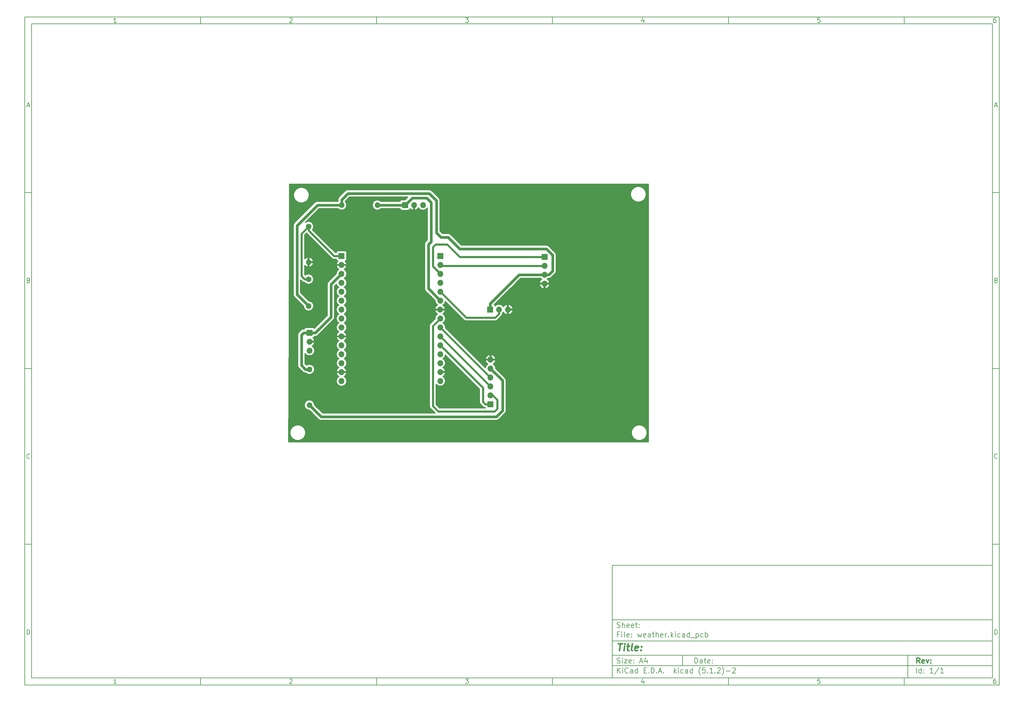
<source format=gbl>
G04 #@! TF.GenerationSoftware,KiCad,Pcbnew,(5.1.2)-2*
G04 #@! TF.CreationDate,2019-07-01T23:58:17+07:00*
G04 #@! TF.ProjectId,weather,77656174-6865-4722-9e6b-696361645f70,rev?*
G04 #@! TF.SameCoordinates,Original*
G04 #@! TF.FileFunction,Copper,L2,Bot*
G04 #@! TF.FilePolarity,Positive*
%FSLAX46Y46*%
G04 Gerber Fmt 4.6, Leading zero omitted, Abs format (unit mm)*
G04 Created by KiCad (PCBNEW (5.1.2)-2) date 2019-07-01 23:58:17*
%MOMM*%
%LPD*%
G04 APERTURE LIST*
%ADD10C,0.100000*%
%ADD11C,0.150000*%
%ADD12C,0.300000*%
%ADD13C,0.400000*%
%ADD14O,1.700000X1.700000*%
%ADD15R,1.700000X1.700000*%
%ADD16O,1.600000X1.600000*%
%ADD17C,1.600000*%
%ADD18C,0.800000*%
%ADD19C,0.600000*%
G04 APERTURE END LIST*
D10*
D11*
X177002200Y-166007200D02*
X177002200Y-198007200D01*
X285002200Y-198007200D01*
X285002200Y-166007200D01*
X177002200Y-166007200D01*
D10*
D11*
X10000000Y-10000000D02*
X10000000Y-200007200D01*
X287002200Y-200007200D01*
X287002200Y-10000000D01*
X10000000Y-10000000D01*
D10*
D11*
X12000000Y-12000000D02*
X12000000Y-198007200D01*
X285002200Y-198007200D01*
X285002200Y-12000000D01*
X12000000Y-12000000D01*
D10*
D11*
X60000000Y-12000000D02*
X60000000Y-10000000D01*
D10*
D11*
X110000000Y-12000000D02*
X110000000Y-10000000D01*
D10*
D11*
X160000000Y-12000000D02*
X160000000Y-10000000D01*
D10*
D11*
X210000000Y-12000000D02*
X210000000Y-10000000D01*
D10*
D11*
X260000000Y-12000000D02*
X260000000Y-10000000D01*
D10*
D11*
X36065476Y-11588095D02*
X35322619Y-11588095D01*
X35694047Y-11588095D02*
X35694047Y-10288095D01*
X35570238Y-10473809D01*
X35446428Y-10597619D01*
X35322619Y-10659523D01*
D10*
D11*
X85322619Y-10411904D02*
X85384523Y-10350000D01*
X85508333Y-10288095D01*
X85817857Y-10288095D01*
X85941666Y-10350000D01*
X86003571Y-10411904D01*
X86065476Y-10535714D01*
X86065476Y-10659523D01*
X86003571Y-10845238D01*
X85260714Y-11588095D01*
X86065476Y-11588095D01*
D10*
D11*
X135260714Y-10288095D02*
X136065476Y-10288095D01*
X135632142Y-10783333D01*
X135817857Y-10783333D01*
X135941666Y-10845238D01*
X136003571Y-10907142D01*
X136065476Y-11030952D01*
X136065476Y-11340476D01*
X136003571Y-11464285D01*
X135941666Y-11526190D01*
X135817857Y-11588095D01*
X135446428Y-11588095D01*
X135322619Y-11526190D01*
X135260714Y-11464285D01*
D10*
D11*
X185941666Y-10721428D02*
X185941666Y-11588095D01*
X185632142Y-10226190D02*
X185322619Y-11154761D01*
X186127380Y-11154761D01*
D10*
D11*
X236003571Y-10288095D02*
X235384523Y-10288095D01*
X235322619Y-10907142D01*
X235384523Y-10845238D01*
X235508333Y-10783333D01*
X235817857Y-10783333D01*
X235941666Y-10845238D01*
X236003571Y-10907142D01*
X236065476Y-11030952D01*
X236065476Y-11340476D01*
X236003571Y-11464285D01*
X235941666Y-11526190D01*
X235817857Y-11588095D01*
X235508333Y-11588095D01*
X235384523Y-11526190D01*
X235322619Y-11464285D01*
D10*
D11*
X285941666Y-10288095D02*
X285694047Y-10288095D01*
X285570238Y-10350000D01*
X285508333Y-10411904D01*
X285384523Y-10597619D01*
X285322619Y-10845238D01*
X285322619Y-11340476D01*
X285384523Y-11464285D01*
X285446428Y-11526190D01*
X285570238Y-11588095D01*
X285817857Y-11588095D01*
X285941666Y-11526190D01*
X286003571Y-11464285D01*
X286065476Y-11340476D01*
X286065476Y-11030952D01*
X286003571Y-10907142D01*
X285941666Y-10845238D01*
X285817857Y-10783333D01*
X285570238Y-10783333D01*
X285446428Y-10845238D01*
X285384523Y-10907142D01*
X285322619Y-11030952D01*
D10*
D11*
X60000000Y-198007200D02*
X60000000Y-200007200D01*
D10*
D11*
X110000000Y-198007200D02*
X110000000Y-200007200D01*
D10*
D11*
X160000000Y-198007200D02*
X160000000Y-200007200D01*
D10*
D11*
X210000000Y-198007200D02*
X210000000Y-200007200D01*
D10*
D11*
X260000000Y-198007200D02*
X260000000Y-200007200D01*
D10*
D11*
X36065476Y-199595295D02*
X35322619Y-199595295D01*
X35694047Y-199595295D02*
X35694047Y-198295295D01*
X35570238Y-198481009D01*
X35446428Y-198604819D01*
X35322619Y-198666723D01*
D10*
D11*
X85322619Y-198419104D02*
X85384523Y-198357200D01*
X85508333Y-198295295D01*
X85817857Y-198295295D01*
X85941666Y-198357200D01*
X86003571Y-198419104D01*
X86065476Y-198542914D01*
X86065476Y-198666723D01*
X86003571Y-198852438D01*
X85260714Y-199595295D01*
X86065476Y-199595295D01*
D10*
D11*
X135260714Y-198295295D02*
X136065476Y-198295295D01*
X135632142Y-198790533D01*
X135817857Y-198790533D01*
X135941666Y-198852438D01*
X136003571Y-198914342D01*
X136065476Y-199038152D01*
X136065476Y-199347676D01*
X136003571Y-199471485D01*
X135941666Y-199533390D01*
X135817857Y-199595295D01*
X135446428Y-199595295D01*
X135322619Y-199533390D01*
X135260714Y-199471485D01*
D10*
D11*
X185941666Y-198728628D02*
X185941666Y-199595295D01*
X185632142Y-198233390D02*
X185322619Y-199161961D01*
X186127380Y-199161961D01*
D10*
D11*
X236003571Y-198295295D02*
X235384523Y-198295295D01*
X235322619Y-198914342D01*
X235384523Y-198852438D01*
X235508333Y-198790533D01*
X235817857Y-198790533D01*
X235941666Y-198852438D01*
X236003571Y-198914342D01*
X236065476Y-199038152D01*
X236065476Y-199347676D01*
X236003571Y-199471485D01*
X235941666Y-199533390D01*
X235817857Y-199595295D01*
X235508333Y-199595295D01*
X235384523Y-199533390D01*
X235322619Y-199471485D01*
D10*
D11*
X285941666Y-198295295D02*
X285694047Y-198295295D01*
X285570238Y-198357200D01*
X285508333Y-198419104D01*
X285384523Y-198604819D01*
X285322619Y-198852438D01*
X285322619Y-199347676D01*
X285384523Y-199471485D01*
X285446428Y-199533390D01*
X285570238Y-199595295D01*
X285817857Y-199595295D01*
X285941666Y-199533390D01*
X286003571Y-199471485D01*
X286065476Y-199347676D01*
X286065476Y-199038152D01*
X286003571Y-198914342D01*
X285941666Y-198852438D01*
X285817857Y-198790533D01*
X285570238Y-198790533D01*
X285446428Y-198852438D01*
X285384523Y-198914342D01*
X285322619Y-199038152D01*
D10*
D11*
X10000000Y-60000000D02*
X12000000Y-60000000D01*
D10*
D11*
X10000000Y-110000000D02*
X12000000Y-110000000D01*
D10*
D11*
X10000000Y-160000000D02*
X12000000Y-160000000D01*
D10*
D11*
X10690476Y-35216666D02*
X11309523Y-35216666D01*
X10566666Y-35588095D02*
X11000000Y-34288095D01*
X11433333Y-35588095D01*
D10*
D11*
X11092857Y-84907142D02*
X11278571Y-84969047D01*
X11340476Y-85030952D01*
X11402380Y-85154761D01*
X11402380Y-85340476D01*
X11340476Y-85464285D01*
X11278571Y-85526190D01*
X11154761Y-85588095D01*
X10659523Y-85588095D01*
X10659523Y-84288095D01*
X11092857Y-84288095D01*
X11216666Y-84350000D01*
X11278571Y-84411904D01*
X11340476Y-84535714D01*
X11340476Y-84659523D01*
X11278571Y-84783333D01*
X11216666Y-84845238D01*
X11092857Y-84907142D01*
X10659523Y-84907142D01*
D10*
D11*
X11402380Y-135464285D02*
X11340476Y-135526190D01*
X11154761Y-135588095D01*
X11030952Y-135588095D01*
X10845238Y-135526190D01*
X10721428Y-135402380D01*
X10659523Y-135278571D01*
X10597619Y-135030952D01*
X10597619Y-134845238D01*
X10659523Y-134597619D01*
X10721428Y-134473809D01*
X10845238Y-134350000D01*
X11030952Y-134288095D01*
X11154761Y-134288095D01*
X11340476Y-134350000D01*
X11402380Y-134411904D01*
D10*
D11*
X10659523Y-185588095D02*
X10659523Y-184288095D01*
X10969047Y-184288095D01*
X11154761Y-184350000D01*
X11278571Y-184473809D01*
X11340476Y-184597619D01*
X11402380Y-184845238D01*
X11402380Y-185030952D01*
X11340476Y-185278571D01*
X11278571Y-185402380D01*
X11154761Y-185526190D01*
X10969047Y-185588095D01*
X10659523Y-185588095D01*
D10*
D11*
X287002200Y-60000000D02*
X285002200Y-60000000D01*
D10*
D11*
X287002200Y-110000000D02*
X285002200Y-110000000D01*
D10*
D11*
X287002200Y-160000000D02*
X285002200Y-160000000D01*
D10*
D11*
X285692676Y-35216666D02*
X286311723Y-35216666D01*
X285568866Y-35588095D02*
X286002200Y-34288095D01*
X286435533Y-35588095D01*
D10*
D11*
X286095057Y-84907142D02*
X286280771Y-84969047D01*
X286342676Y-85030952D01*
X286404580Y-85154761D01*
X286404580Y-85340476D01*
X286342676Y-85464285D01*
X286280771Y-85526190D01*
X286156961Y-85588095D01*
X285661723Y-85588095D01*
X285661723Y-84288095D01*
X286095057Y-84288095D01*
X286218866Y-84350000D01*
X286280771Y-84411904D01*
X286342676Y-84535714D01*
X286342676Y-84659523D01*
X286280771Y-84783333D01*
X286218866Y-84845238D01*
X286095057Y-84907142D01*
X285661723Y-84907142D01*
D10*
D11*
X286404580Y-135464285D02*
X286342676Y-135526190D01*
X286156961Y-135588095D01*
X286033152Y-135588095D01*
X285847438Y-135526190D01*
X285723628Y-135402380D01*
X285661723Y-135278571D01*
X285599819Y-135030952D01*
X285599819Y-134845238D01*
X285661723Y-134597619D01*
X285723628Y-134473809D01*
X285847438Y-134350000D01*
X286033152Y-134288095D01*
X286156961Y-134288095D01*
X286342676Y-134350000D01*
X286404580Y-134411904D01*
D10*
D11*
X285661723Y-185588095D02*
X285661723Y-184288095D01*
X285971247Y-184288095D01*
X286156961Y-184350000D01*
X286280771Y-184473809D01*
X286342676Y-184597619D01*
X286404580Y-184845238D01*
X286404580Y-185030952D01*
X286342676Y-185278571D01*
X286280771Y-185402380D01*
X286156961Y-185526190D01*
X285971247Y-185588095D01*
X285661723Y-185588095D01*
D10*
D11*
X200434342Y-193785771D02*
X200434342Y-192285771D01*
X200791485Y-192285771D01*
X201005771Y-192357200D01*
X201148628Y-192500057D01*
X201220057Y-192642914D01*
X201291485Y-192928628D01*
X201291485Y-193142914D01*
X201220057Y-193428628D01*
X201148628Y-193571485D01*
X201005771Y-193714342D01*
X200791485Y-193785771D01*
X200434342Y-193785771D01*
X202577200Y-193785771D02*
X202577200Y-193000057D01*
X202505771Y-192857200D01*
X202362914Y-192785771D01*
X202077200Y-192785771D01*
X201934342Y-192857200D01*
X202577200Y-193714342D02*
X202434342Y-193785771D01*
X202077200Y-193785771D01*
X201934342Y-193714342D01*
X201862914Y-193571485D01*
X201862914Y-193428628D01*
X201934342Y-193285771D01*
X202077200Y-193214342D01*
X202434342Y-193214342D01*
X202577200Y-193142914D01*
X203077200Y-192785771D02*
X203648628Y-192785771D01*
X203291485Y-192285771D02*
X203291485Y-193571485D01*
X203362914Y-193714342D01*
X203505771Y-193785771D01*
X203648628Y-193785771D01*
X204720057Y-193714342D02*
X204577200Y-193785771D01*
X204291485Y-193785771D01*
X204148628Y-193714342D01*
X204077200Y-193571485D01*
X204077200Y-193000057D01*
X204148628Y-192857200D01*
X204291485Y-192785771D01*
X204577200Y-192785771D01*
X204720057Y-192857200D01*
X204791485Y-193000057D01*
X204791485Y-193142914D01*
X204077200Y-193285771D01*
X205434342Y-193642914D02*
X205505771Y-193714342D01*
X205434342Y-193785771D01*
X205362914Y-193714342D01*
X205434342Y-193642914D01*
X205434342Y-193785771D01*
X205434342Y-192857200D02*
X205505771Y-192928628D01*
X205434342Y-193000057D01*
X205362914Y-192928628D01*
X205434342Y-192857200D01*
X205434342Y-193000057D01*
D10*
D11*
X177002200Y-194507200D02*
X285002200Y-194507200D01*
D10*
D11*
X178434342Y-196585771D02*
X178434342Y-195085771D01*
X179291485Y-196585771D02*
X178648628Y-195728628D01*
X179291485Y-195085771D02*
X178434342Y-195942914D01*
X179934342Y-196585771D02*
X179934342Y-195585771D01*
X179934342Y-195085771D02*
X179862914Y-195157200D01*
X179934342Y-195228628D01*
X180005771Y-195157200D01*
X179934342Y-195085771D01*
X179934342Y-195228628D01*
X181505771Y-196442914D02*
X181434342Y-196514342D01*
X181220057Y-196585771D01*
X181077200Y-196585771D01*
X180862914Y-196514342D01*
X180720057Y-196371485D01*
X180648628Y-196228628D01*
X180577200Y-195942914D01*
X180577200Y-195728628D01*
X180648628Y-195442914D01*
X180720057Y-195300057D01*
X180862914Y-195157200D01*
X181077200Y-195085771D01*
X181220057Y-195085771D01*
X181434342Y-195157200D01*
X181505771Y-195228628D01*
X182791485Y-196585771D02*
X182791485Y-195800057D01*
X182720057Y-195657200D01*
X182577200Y-195585771D01*
X182291485Y-195585771D01*
X182148628Y-195657200D01*
X182791485Y-196514342D02*
X182648628Y-196585771D01*
X182291485Y-196585771D01*
X182148628Y-196514342D01*
X182077200Y-196371485D01*
X182077200Y-196228628D01*
X182148628Y-196085771D01*
X182291485Y-196014342D01*
X182648628Y-196014342D01*
X182791485Y-195942914D01*
X184148628Y-196585771D02*
X184148628Y-195085771D01*
X184148628Y-196514342D02*
X184005771Y-196585771D01*
X183720057Y-196585771D01*
X183577200Y-196514342D01*
X183505771Y-196442914D01*
X183434342Y-196300057D01*
X183434342Y-195871485D01*
X183505771Y-195728628D01*
X183577200Y-195657200D01*
X183720057Y-195585771D01*
X184005771Y-195585771D01*
X184148628Y-195657200D01*
X186005771Y-195800057D02*
X186505771Y-195800057D01*
X186720057Y-196585771D02*
X186005771Y-196585771D01*
X186005771Y-195085771D01*
X186720057Y-195085771D01*
X187362914Y-196442914D02*
X187434342Y-196514342D01*
X187362914Y-196585771D01*
X187291485Y-196514342D01*
X187362914Y-196442914D01*
X187362914Y-196585771D01*
X188077200Y-196585771D02*
X188077200Y-195085771D01*
X188434342Y-195085771D01*
X188648628Y-195157200D01*
X188791485Y-195300057D01*
X188862914Y-195442914D01*
X188934342Y-195728628D01*
X188934342Y-195942914D01*
X188862914Y-196228628D01*
X188791485Y-196371485D01*
X188648628Y-196514342D01*
X188434342Y-196585771D01*
X188077200Y-196585771D01*
X189577200Y-196442914D02*
X189648628Y-196514342D01*
X189577200Y-196585771D01*
X189505771Y-196514342D01*
X189577200Y-196442914D01*
X189577200Y-196585771D01*
X190220057Y-196157200D02*
X190934342Y-196157200D01*
X190077200Y-196585771D02*
X190577200Y-195085771D01*
X191077200Y-196585771D01*
X191577200Y-196442914D02*
X191648628Y-196514342D01*
X191577200Y-196585771D01*
X191505771Y-196514342D01*
X191577200Y-196442914D01*
X191577200Y-196585771D01*
X194577200Y-196585771D02*
X194577200Y-195085771D01*
X194720057Y-196014342D02*
X195148628Y-196585771D01*
X195148628Y-195585771D02*
X194577200Y-196157200D01*
X195791485Y-196585771D02*
X195791485Y-195585771D01*
X195791485Y-195085771D02*
X195720057Y-195157200D01*
X195791485Y-195228628D01*
X195862914Y-195157200D01*
X195791485Y-195085771D01*
X195791485Y-195228628D01*
X197148628Y-196514342D02*
X197005771Y-196585771D01*
X196720057Y-196585771D01*
X196577200Y-196514342D01*
X196505771Y-196442914D01*
X196434342Y-196300057D01*
X196434342Y-195871485D01*
X196505771Y-195728628D01*
X196577200Y-195657200D01*
X196720057Y-195585771D01*
X197005771Y-195585771D01*
X197148628Y-195657200D01*
X198434342Y-196585771D02*
X198434342Y-195800057D01*
X198362914Y-195657200D01*
X198220057Y-195585771D01*
X197934342Y-195585771D01*
X197791485Y-195657200D01*
X198434342Y-196514342D02*
X198291485Y-196585771D01*
X197934342Y-196585771D01*
X197791485Y-196514342D01*
X197720057Y-196371485D01*
X197720057Y-196228628D01*
X197791485Y-196085771D01*
X197934342Y-196014342D01*
X198291485Y-196014342D01*
X198434342Y-195942914D01*
X199791485Y-196585771D02*
X199791485Y-195085771D01*
X199791485Y-196514342D02*
X199648628Y-196585771D01*
X199362914Y-196585771D01*
X199220057Y-196514342D01*
X199148628Y-196442914D01*
X199077200Y-196300057D01*
X199077200Y-195871485D01*
X199148628Y-195728628D01*
X199220057Y-195657200D01*
X199362914Y-195585771D01*
X199648628Y-195585771D01*
X199791485Y-195657200D01*
X202077200Y-197157200D02*
X202005771Y-197085771D01*
X201862914Y-196871485D01*
X201791485Y-196728628D01*
X201720057Y-196514342D01*
X201648628Y-196157200D01*
X201648628Y-195871485D01*
X201720057Y-195514342D01*
X201791485Y-195300057D01*
X201862914Y-195157200D01*
X202005771Y-194942914D01*
X202077200Y-194871485D01*
X203362914Y-195085771D02*
X202648628Y-195085771D01*
X202577200Y-195800057D01*
X202648628Y-195728628D01*
X202791485Y-195657200D01*
X203148628Y-195657200D01*
X203291485Y-195728628D01*
X203362914Y-195800057D01*
X203434342Y-195942914D01*
X203434342Y-196300057D01*
X203362914Y-196442914D01*
X203291485Y-196514342D01*
X203148628Y-196585771D01*
X202791485Y-196585771D01*
X202648628Y-196514342D01*
X202577200Y-196442914D01*
X204077200Y-196442914D02*
X204148628Y-196514342D01*
X204077200Y-196585771D01*
X204005771Y-196514342D01*
X204077200Y-196442914D01*
X204077200Y-196585771D01*
X205577200Y-196585771D02*
X204720057Y-196585771D01*
X205148628Y-196585771D02*
X205148628Y-195085771D01*
X205005771Y-195300057D01*
X204862914Y-195442914D01*
X204720057Y-195514342D01*
X206220057Y-196442914D02*
X206291485Y-196514342D01*
X206220057Y-196585771D01*
X206148628Y-196514342D01*
X206220057Y-196442914D01*
X206220057Y-196585771D01*
X206862914Y-195228628D02*
X206934342Y-195157200D01*
X207077200Y-195085771D01*
X207434342Y-195085771D01*
X207577200Y-195157200D01*
X207648628Y-195228628D01*
X207720057Y-195371485D01*
X207720057Y-195514342D01*
X207648628Y-195728628D01*
X206791485Y-196585771D01*
X207720057Y-196585771D01*
X208220057Y-197157200D02*
X208291485Y-197085771D01*
X208434342Y-196871485D01*
X208505771Y-196728628D01*
X208577200Y-196514342D01*
X208648628Y-196157200D01*
X208648628Y-195871485D01*
X208577200Y-195514342D01*
X208505771Y-195300057D01*
X208434342Y-195157200D01*
X208291485Y-194942914D01*
X208220057Y-194871485D01*
X209362914Y-196014342D02*
X210505771Y-196014342D01*
X211148628Y-195228628D02*
X211220057Y-195157200D01*
X211362914Y-195085771D01*
X211720057Y-195085771D01*
X211862914Y-195157200D01*
X211934342Y-195228628D01*
X212005771Y-195371485D01*
X212005771Y-195514342D01*
X211934342Y-195728628D01*
X211077200Y-196585771D01*
X212005771Y-196585771D01*
D10*
D11*
X177002200Y-191507200D02*
X285002200Y-191507200D01*
D10*
D12*
X264411485Y-193785771D02*
X263911485Y-193071485D01*
X263554342Y-193785771D02*
X263554342Y-192285771D01*
X264125771Y-192285771D01*
X264268628Y-192357200D01*
X264340057Y-192428628D01*
X264411485Y-192571485D01*
X264411485Y-192785771D01*
X264340057Y-192928628D01*
X264268628Y-193000057D01*
X264125771Y-193071485D01*
X263554342Y-193071485D01*
X265625771Y-193714342D02*
X265482914Y-193785771D01*
X265197200Y-193785771D01*
X265054342Y-193714342D01*
X264982914Y-193571485D01*
X264982914Y-193000057D01*
X265054342Y-192857200D01*
X265197200Y-192785771D01*
X265482914Y-192785771D01*
X265625771Y-192857200D01*
X265697200Y-193000057D01*
X265697200Y-193142914D01*
X264982914Y-193285771D01*
X266197200Y-192785771D02*
X266554342Y-193785771D01*
X266911485Y-192785771D01*
X267482914Y-193642914D02*
X267554342Y-193714342D01*
X267482914Y-193785771D01*
X267411485Y-193714342D01*
X267482914Y-193642914D01*
X267482914Y-193785771D01*
X267482914Y-192857200D02*
X267554342Y-192928628D01*
X267482914Y-193000057D01*
X267411485Y-192928628D01*
X267482914Y-192857200D01*
X267482914Y-193000057D01*
D10*
D11*
X178362914Y-193714342D02*
X178577200Y-193785771D01*
X178934342Y-193785771D01*
X179077200Y-193714342D01*
X179148628Y-193642914D01*
X179220057Y-193500057D01*
X179220057Y-193357200D01*
X179148628Y-193214342D01*
X179077200Y-193142914D01*
X178934342Y-193071485D01*
X178648628Y-193000057D01*
X178505771Y-192928628D01*
X178434342Y-192857200D01*
X178362914Y-192714342D01*
X178362914Y-192571485D01*
X178434342Y-192428628D01*
X178505771Y-192357200D01*
X178648628Y-192285771D01*
X179005771Y-192285771D01*
X179220057Y-192357200D01*
X179862914Y-193785771D02*
X179862914Y-192785771D01*
X179862914Y-192285771D02*
X179791485Y-192357200D01*
X179862914Y-192428628D01*
X179934342Y-192357200D01*
X179862914Y-192285771D01*
X179862914Y-192428628D01*
X180434342Y-192785771D02*
X181220057Y-192785771D01*
X180434342Y-193785771D01*
X181220057Y-193785771D01*
X182362914Y-193714342D02*
X182220057Y-193785771D01*
X181934342Y-193785771D01*
X181791485Y-193714342D01*
X181720057Y-193571485D01*
X181720057Y-193000057D01*
X181791485Y-192857200D01*
X181934342Y-192785771D01*
X182220057Y-192785771D01*
X182362914Y-192857200D01*
X182434342Y-193000057D01*
X182434342Y-193142914D01*
X181720057Y-193285771D01*
X183077200Y-193642914D02*
X183148628Y-193714342D01*
X183077200Y-193785771D01*
X183005771Y-193714342D01*
X183077200Y-193642914D01*
X183077200Y-193785771D01*
X183077200Y-192857200D02*
X183148628Y-192928628D01*
X183077200Y-193000057D01*
X183005771Y-192928628D01*
X183077200Y-192857200D01*
X183077200Y-193000057D01*
X184862914Y-193357200D02*
X185577200Y-193357200D01*
X184720057Y-193785771D02*
X185220057Y-192285771D01*
X185720057Y-193785771D01*
X186862914Y-192785771D02*
X186862914Y-193785771D01*
X186505771Y-192214342D02*
X186148628Y-193285771D01*
X187077200Y-193285771D01*
D10*
D11*
X263434342Y-196585771D02*
X263434342Y-195085771D01*
X264791485Y-196585771D02*
X264791485Y-195085771D01*
X264791485Y-196514342D02*
X264648628Y-196585771D01*
X264362914Y-196585771D01*
X264220057Y-196514342D01*
X264148628Y-196442914D01*
X264077200Y-196300057D01*
X264077200Y-195871485D01*
X264148628Y-195728628D01*
X264220057Y-195657200D01*
X264362914Y-195585771D01*
X264648628Y-195585771D01*
X264791485Y-195657200D01*
X265505771Y-196442914D02*
X265577200Y-196514342D01*
X265505771Y-196585771D01*
X265434342Y-196514342D01*
X265505771Y-196442914D01*
X265505771Y-196585771D01*
X265505771Y-195657200D02*
X265577200Y-195728628D01*
X265505771Y-195800057D01*
X265434342Y-195728628D01*
X265505771Y-195657200D01*
X265505771Y-195800057D01*
X268148628Y-196585771D02*
X267291485Y-196585771D01*
X267720057Y-196585771D02*
X267720057Y-195085771D01*
X267577200Y-195300057D01*
X267434342Y-195442914D01*
X267291485Y-195514342D01*
X269862914Y-195014342D02*
X268577200Y-196942914D01*
X271148628Y-196585771D02*
X270291485Y-196585771D01*
X270720057Y-196585771D02*
X270720057Y-195085771D01*
X270577200Y-195300057D01*
X270434342Y-195442914D01*
X270291485Y-195514342D01*
D10*
D11*
X177002200Y-187507200D02*
X285002200Y-187507200D01*
D10*
D13*
X178714580Y-188211961D02*
X179857438Y-188211961D01*
X179036009Y-190211961D02*
X179286009Y-188211961D01*
X180274104Y-190211961D02*
X180440771Y-188878628D01*
X180524104Y-188211961D02*
X180416961Y-188307200D01*
X180500295Y-188402438D01*
X180607438Y-188307200D01*
X180524104Y-188211961D01*
X180500295Y-188402438D01*
X181107438Y-188878628D02*
X181869342Y-188878628D01*
X181476485Y-188211961D02*
X181262200Y-189926247D01*
X181333628Y-190116723D01*
X181512200Y-190211961D01*
X181702676Y-190211961D01*
X182655057Y-190211961D02*
X182476485Y-190116723D01*
X182405057Y-189926247D01*
X182619342Y-188211961D01*
X184190771Y-190116723D02*
X183988390Y-190211961D01*
X183607438Y-190211961D01*
X183428866Y-190116723D01*
X183357438Y-189926247D01*
X183452676Y-189164342D01*
X183571723Y-188973866D01*
X183774104Y-188878628D01*
X184155057Y-188878628D01*
X184333628Y-188973866D01*
X184405057Y-189164342D01*
X184381247Y-189354819D01*
X183405057Y-189545295D01*
X185155057Y-190021485D02*
X185238390Y-190116723D01*
X185131247Y-190211961D01*
X185047914Y-190116723D01*
X185155057Y-190021485D01*
X185131247Y-190211961D01*
X185286009Y-188973866D02*
X185369342Y-189069104D01*
X185262200Y-189164342D01*
X185178866Y-189069104D01*
X185286009Y-188973866D01*
X185262200Y-189164342D01*
D10*
D11*
X178934342Y-185600057D02*
X178434342Y-185600057D01*
X178434342Y-186385771D02*
X178434342Y-184885771D01*
X179148628Y-184885771D01*
X179720057Y-186385771D02*
X179720057Y-185385771D01*
X179720057Y-184885771D02*
X179648628Y-184957200D01*
X179720057Y-185028628D01*
X179791485Y-184957200D01*
X179720057Y-184885771D01*
X179720057Y-185028628D01*
X180648628Y-186385771D02*
X180505771Y-186314342D01*
X180434342Y-186171485D01*
X180434342Y-184885771D01*
X181791485Y-186314342D02*
X181648628Y-186385771D01*
X181362914Y-186385771D01*
X181220057Y-186314342D01*
X181148628Y-186171485D01*
X181148628Y-185600057D01*
X181220057Y-185457200D01*
X181362914Y-185385771D01*
X181648628Y-185385771D01*
X181791485Y-185457200D01*
X181862914Y-185600057D01*
X181862914Y-185742914D01*
X181148628Y-185885771D01*
X182505771Y-186242914D02*
X182577200Y-186314342D01*
X182505771Y-186385771D01*
X182434342Y-186314342D01*
X182505771Y-186242914D01*
X182505771Y-186385771D01*
X182505771Y-185457200D02*
X182577200Y-185528628D01*
X182505771Y-185600057D01*
X182434342Y-185528628D01*
X182505771Y-185457200D01*
X182505771Y-185600057D01*
X184220057Y-185385771D02*
X184505771Y-186385771D01*
X184791485Y-185671485D01*
X185077200Y-186385771D01*
X185362914Y-185385771D01*
X186505771Y-186314342D02*
X186362914Y-186385771D01*
X186077200Y-186385771D01*
X185934342Y-186314342D01*
X185862914Y-186171485D01*
X185862914Y-185600057D01*
X185934342Y-185457200D01*
X186077200Y-185385771D01*
X186362914Y-185385771D01*
X186505771Y-185457200D01*
X186577200Y-185600057D01*
X186577200Y-185742914D01*
X185862914Y-185885771D01*
X187862914Y-186385771D02*
X187862914Y-185600057D01*
X187791485Y-185457200D01*
X187648628Y-185385771D01*
X187362914Y-185385771D01*
X187220057Y-185457200D01*
X187862914Y-186314342D02*
X187720057Y-186385771D01*
X187362914Y-186385771D01*
X187220057Y-186314342D01*
X187148628Y-186171485D01*
X187148628Y-186028628D01*
X187220057Y-185885771D01*
X187362914Y-185814342D01*
X187720057Y-185814342D01*
X187862914Y-185742914D01*
X188362914Y-185385771D02*
X188934342Y-185385771D01*
X188577200Y-184885771D02*
X188577200Y-186171485D01*
X188648628Y-186314342D01*
X188791485Y-186385771D01*
X188934342Y-186385771D01*
X189434342Y-186385771D02*
X189434342Y-184885771D01*
X190077200Y-186385771D02*
X190077200Y-185600057D01*
X190005771Y-185457200D01*
X189862914Y-185385771D01*
X189648628Y-185385771D01*
X189505771Y-185457200D01*
X189434342Y-185528628D01*
X191362914Y-186314342D02*
X191220057Y-186385771D01*
X190934342Y-186385771D01*
X190791485Y-186314342D01*
X190720057Y-186171485D01*
X190720057Y-185600057D01*
X190791485Y-185457200D01*
X190934342Y-185385771D01*
X191220057Y-185385771D01*
X191362914Y-185457200D01*
X191434342Y-185600057D01*
X191434342Y-185742914D01*
X190720057Y-185885771D01*
X192077200Y-186385771D02*
X192077200Y-185385771D01*
X192077200Y-185671485D02*
X192148628Y-185528628D01*
X192220057Y-185457200D01*
X192362914Y-185385771D01*
X192505771Y-185385771D01*
X193005771Y-186242914D02*
X193077200Y-186314342D01*
X193005771Y-186385771D01*
X192934342Y-186314342D01*
X193005771Y-186242914D01*
X193005771Y-186385771D01*
X193720057Y-186385771D02*
X193720057Y-184885771D01*
X193862914Y-185814342D02*
X194291485Y-186385771D01*
X194291485Y-185385771D02*
X193720057Y-185957200D01*
X194934342Y-186385771D02*
X194934342Y-185385771D01*
X194934342Y-184885771D02*
X194862914Y-184957200D01*
X194934342Y-185028628D01*
X195005771Y-184957200D01*
X194934342Y-184885771D01*
X194934342Y-185028628D01*
X196291485Y-186314342D02*
X196148628Y-186385771D01*
X195862914Y-186385771D01*
X195720057Y-186314342D01*
X195648628Y-186242914D01*
X195577200Y-186100057D01*
X195577200Y-185671485D01*
X195648628Y-185528628D01*
X195720057Y-185457200D01*
X195862914Y-185385771D01*
X196148628Y-185385771D01*
X196291485Y-185457200D01*
X197577200Y-186385771D02*
X197577200Y-185600057D01*
X197505771Y-185457200D01*
X197362914Y-185385771D01*
X197077200Y-185385771D01*
X196934342Y-185457200D01*
X197577200Y-186314342D02*
X197434342Y-186385771D01*
X197077200Y-186385771D01*
X196934342Y-186314342D01*
X196862914Y-186171485D01*
X196862914Y-186028628D01*
X196934342Y-185885771D01*
X197077200Y-185814342D01*
X197434342Y-185814342D01*
X197577200Y-185742914D01*
X198934342Y-186385771D02*
X198934342Y-184885771D01*
X198934342Y-186314342D02*
X198791485Y-186385771D01*
X198505771Y-186385771D01*
X198362914Y-186314342D01*
X198291485Y-186242914D01*
X198220057Y-186100057D01*
X198220057Y-185671485D01*
X198291485Y-185528628D01*
X198362914Y-185457200D01*
X198505771Y-185385771D01*
X198791485Y-185385771D01*
X198934342Y-185457200D01*
X199291485Y-186528628D02*
X200434342Y-186528628D01*
X200791485Y-185385771D02*
X200791485Y-186885771D01*
X200791485Y-185457200D02*
X200934342Y-185385771D01*
X201220057Y-185385771D01*
X201362914Y-185457200D01*
X201434342Y-185528628D01*
X201505771Y-185671485D01*
X201505771Y-186100057D01*
X201434342Y-186242914D01*
X201362914Y-186314342D01*
X201220057Y-186385771D01*
X200934342Y-186385771D01*
X200791485Y-186314342D01*
X202791485Y-186314342D02*
X202648628Y-186385771D01*
X202362914Y-186385771D01*
X202220057Y-186314342D01*
X202148628Y-186242914D01*
X202077200Y-186100057D01*
X202077200Y-185671485D01*
X202148628Y-185528628D01*
X202220057Y-185457200D01*
X202362914Y-185385771D01*
X202648628Y-185385771D01*
X202791485Y-185457200D01*
X203434342Y-186385771D02*
X203434342Y-184885771D01*
X203434342Y-185457200D02*
X203577200Y-185385771D01*
X203862914Y-185385771D01*
X204005771Y-185457200D01*
X204077200Y-185528628D01*
X204148628Y-185671485D01*
X204148628Y-186100057D01*
X204077200Y-186242914D01*
X204005771Y-186314342D01*
X203862914Y-186385771D01*
X203577200Y-186385771D01*
X203434342Y-186314342D01*
D10*
D11*
X177002200Y-181507200D02*
X285002200Y-181507200D01*
D10*
D11*
X178362914Y-183614342D02*
X178577200Y-183685771D01*
X178934342Y-183685771D01*
X179077200Y-183614342D01*
X179148628Y-183542914D01*
X179220057Y-183400057D01*
X179220057Y-183257200D01*
X179148628Y-183114342D01*
X179077200Y-183042914D01*
X178934342Y-182971485D01*
X178648628Y-182900057D01*
X178505771Y-182828628D01*
X178434342Y-182757200D01*
X178362914Y-182614342D01*
X178362914Y-182471485D01*
X178434342Y-182328628D01*
X178505771Y-182257200D01*
X178648628Y-182185771D01*
X179005771Y-182185771D01*
X179220057Y-182257200D01*
X179862914Y-183685771D02*
X179862914Y-182185771D01*
X180505771Y-183685771D02*
X180505771Y-182900057D01*
X180434342Y-182757200D01*
X180291485Y-182685771D01*
X180077200Y-182685771D01*
X179934342Y-182757200D01*
X179862914Y-182828628D01*
X181791485Y-183614342D02*
X181648628Y-183685771D01*
X181362914Y-183685771D01*
X181220057Y-183614342D01*
X181148628Y-183471485D01*
X181148628Y-182900057D01*
X181220057Y-182757200D01*
X181362914Y-182685771D01*
X181648628Y-182685771D01*
X181791485Y-182757200D01*
X181862914Y-182900057D01*
X181862914Y-183042914D01*
X181148628Y-183185771D01*
X183077200Y-183614342D02*
X182934342Y-183685771D01*
X182648628Y-183685771D01*
X182505771Y-183614342D01*
X182434342Y-183471485D01*
X182434342Y-182900057D01*
X182505771Y-182757200D01*
X182648628Y-182685771D01*
X182934342Y-182685771D01*
X183077200Y-182757200D01*
X183148628Y-182900057D01*
X183148628Y-183042914D01*
X182434342Y-183185771D01*
X183577200Y-182685771D02*
X184148628Y-182685771D01*
X183791485Y-182185771D02*
X183791485Y-183471485D01*
X183862914Y-183614342D01*
X184005771Y-183685771D01*
X184148628Y-183685771D01*
X184648628Y-183542914D02*
X184720057Y-183614342D01*
X184648628Y-183685771D01*
X184577200Y-183614342D01*
X184648628Y-183542914D01*
X184648628Y-183685771D01*
X184648628Y-182757200D02*
X184720057Y-182828628D01*
X184648628Y-182900057D01*
X184577200Y-182828628D01*
X184648628Y-182757200D01*
X184648628Y-182900057D01*
D10*
D11*
X197002200Y-191507200D02*
X197002200Y-194507200D01*
D10*
D11*
X261002200Y-191507200D02*
X261002200Y-198007200D01*
D14*
X157734000Y-85852000D03*
X157734000Y-83312000D03*
X157734000Y-80772000D03*
D15*
X157734000Y-78232000D03*
D14*
X142396952Y-107492000D03*
X142396952Y-110032000D03*
X142396952Y-112572000D03*
X142396952Y-115112000D03*
X142396952Y-117652000D03*
D15*
X142396952Y-120192000D03*
D16*
X90678000Y-79756000D03*
D17*
X90678000Y-69596000D03*
D16*
X90678000Y-92202000D03*
D17*
X90678000Y-84582000D03*
X90932000Y-120396000D03*
D16*
X90932000Y-110236000D03*
X110236000Y-63500000D03*
D17*
X100076000Y-63500000D03*
D14*
X128106000Y-90668000D03*
X128106000Y-80508000D03*
X128106000Y-95748000D03*
X128106000Y-98288000D03*
X128106000Y-83048000D03*
X128106000Y-113528000D03*
X128106000Y-110988000D03*
X128106000Y-103368000D03*
X128106000Y-108448000D03*
X128106000Y-105908000D03*
X128106000Y-100828000D03*
X128046000Y-93228000D03*
X128106000Y-88128000D03*
X128106000Y-85588000D03*
D15*
X128106000Y-77968000D03*
D14*
X100046000Y-113548000D03*
X100046000Y-111008000D03*
X100046000Y-108468000D03*
X100046000Y-105928000D03*
X100046000Y-103388000D03*
X100046000Y-100848000D03*
X100046000Y-98308000D03*
X100046000Y-95768000D03*
X100046000Y-93228000D03*
X100046000Y-90688000D03*
X100046000Y-88148000D03*
X100046000Y-85608000D03*
X100046000Y-83068000D03*
X100046000Y-80528000D03*
D15*
X100046000Y-77988000D03*
D14*
X147320000Y-93218000D03*
X144780000Y-93218000D03*
D15*
X142240000Y-93218000D03*
D14*
X90932000Y-104902000D03*
X90932000Y-102362000D03*
D15*
X90932000Y-99822000D03*
X118110000Y-63500000D03*
D14*
X120650000Y-63500000D03*
X123190000Y-63500000D03*
D18*
X118110000Y-63500000D02*
X118872000Y-62738000D01*
X124714000Y-87276000D02*
X128106000Y-90668000D01*
X120142000Y-61468000D02*
X124206000Y-61468000D01*
X118110000Y-63500000D02*
X120142000Y-61468000D01*
X124206000Y-61468000D02*
X125476000Y-62738000D01*
X125476000Y-62738000D02*
X125476000Y-73914000D01*
X125476000Y-73914000D02*
X124714000Y-74676000D01*
X124714000Y-74676000D02*
X124714000Y-87276000D01*
X110236000Y-63500000D02*
X118110000Y-63500000D01*
D19*
X128370000Y-80772000D02*
X128106000Y-80508000D01*
X157734000Y-80772000D02*
X128370000Y-80772000D01*
X133604000Y-78232000D02*
X157734000Y-78232000D01*
X130048000Y-74676000D02*
X133604000Y-78232000D01*
X126746000Y-74676000D02*
X130048000Y-74676000D01*
X125984000Y-75438000D02*
X126746000Y-74676000D01*
X128106000Y-83048000D02*
X125984000Y-80926000D01*
X125984000Y-80926000D02*
X125984000Y-75438000D01*
D18*
X89800630Y-110236000D02*
X88646000Y-109081370D01*
X90932000Y-110236000D02*
X89800630Y-110236000D01*
X89282000Y-99822000D02*
X90932000Y-99822000D01*
X88646000Y-100458000D02*
X89282000Y-99822000D01*
X88646000Y-109081370D02*
X88646000Y-100458000D01*
X92582000Y-99822000D02*
X97028000Y-95376000D01*
X90932000Y-99822000D02*
X92582000Y-99822000D01*
X97028000Y-86086000D02*
X100046000Y-83068000D01*
X97028000Y-95376000D02*
X97028000Y-86086000D01*
D19*
X128112952Y-98288000D02*
X128106000Y-98288000D01*
X142396952Y-112572000D02*
X128112952Y-98288000D01*
X128112952Y-100828000D02*
X128106000Y-100828000D01*
X142396952Y-115112000D02*
X128112952Y-100828000D01*
X142396952Y-117652000D02*
X143052000Y-117652000D01*
X127508000Y-122174000D02*
X125984000Y-120650000D01*
X143510000Y-122174000D02*
X127508000Y-122174000D01*
X144272000Y-121412000D02*
X143510000Y-122174000D01*
X143052000Y-117652000D02*
X144272000Y-118872000D01*
X144272000Y-118872000D02*
X144272000Y-121412000D01*
X125984000Y-97870000D02*
X128106000Y-95748000D01*
X125984000Y-120650000D02*
X125984000Y-97870000D01*
X140946952Y-120192000D02*
X140208000Y-119453048D01*
X142396952Y-120192000D02*
X140946952Y-120192000D01*
X140208000Y-115470000D02*
X128106000Y-103368000D01*
X140208000Y-119453048D02*
X140208000Y-115470000D01*
X98596000Y-77988000D02*
X100046000Y-77988000D01*
X97938630Y-77988000D02*
X98596000Y-77988000D01*
X90678000Y-70727370D02*
X97938630Y-77988000D01*
X90678000Y-69596000D02*
X90678000Y-70727370D01*
X89546630Y-84582000D02*
X88646000Y-83681370D01*
X90678000Y-84582000D02*
X89546630Y-84582000D01*
X88646000Y-71628000D02*
X90678000Y-69596000D01*
X88646000Y-83681370D02*
X88646000Y-71628000D01*
X144780000Y-94420081D02*
X143696081Y-95504000D01*
X144780000Y-93218000D02*
X144780000Y-94420081D01*
X128955999Y-88977999D02*
X128106000Y-88128000D01*
X135482000Y-95504000D02*
X128955999Y-88977999D01*
X143696081Y-95504000D02*
X135482000Y-95504000D01*
D18*
X156531919Y-83312000D02*
X157734000Y-83312000D01*
X150496000Y-83312000D02*
X156531919Y-83312000D01*
X142240000Y-91568000D02*
X150496000Y-83312000D01*
X142240000Y-93218000D02*
X142240000Y-91568000D01*
X87376000Y-88900000D02*
X90678000Y-92202000D01*
X87376000Y-69342000D02*
X87376000Y-88900000D01*
X100076000Y-63500000D02*
X93218000Y-63500000D01*
X93218000Y-63500000D02*
X87376000Y-69342000D01*
X124968000Y-60198000D02*
X101854000Y-60198000D01*
X127000000Y-62230000D02*
X124968000Y-60198000D01*
X127000000Y-71374000D02*
X127000000Y-62230000D01*
X128270000Y-72644000D02*
X127000000Y-71374000D01*
X100076000Y-61976000D02*
X100076000Y-63500000D01*
X130302000Y-72644000D02*
X128270000Y-72644000D01*
X101854000Y-60198000D02*
X100076000Y-61976000D01*
X157734000Y-83312000D02*
X158936081Y-83312000D01*
X158936081Y-83312000D02*
X160020000Y-82228081D01*
X160020000Y-82228081D02*
X160020000Y-77737998D01*
X160020000Y-77737998D02*
X158242000Y-75959998D01*
X158242000Y-75959998D02*
X133617998Y-75959998D01*
X133617998Y-75959998D02*
X130302000Y-72644000D01*
X91731999Y-121195999D02*
X90932000Y-120396000D01*
X92178001Y-121642001D02*
X91731999Y-121195999D01*
X92710000Y-122174000D02*
X91731999Y-121195999D01*
X142396952Y-110032000D02*
X145796000Y-113431048D01*
X145796000Y-113431048D02*
X145796000Y-121920000D01*
X145796000Y-121920000D02*
X144018000Y-123698000D01*
X94234000Y-123698000D02*
X92710000Y-122174000D01*
X144018000Y-123698000D02*
X94234000Y-123698000D01*
D12*
G36*
X187227001Y-130839000D02*
G01*
X85063497Y-130839000D01*
X85072991Y-128047606D01*
X85372000Y-128047606D01*
X85372000Y-128492394D01*
X85458774Y-128928634D01*
X85628987Y-129339564D01*
X85876097Y-129709391D01*
X86190609Y-130023903D01*
X86560436Y-130271013D01*
X86971366Y-130441226D01*
X87407606Y-130528000D01*
X87852394Y-130528000D01*
X88288634Y-130441226D01*
X88699564Y-130271013D01*
X89069391Y-130023903D01*
X89383903Y-129709391D01*
X89631013Y-129339564D01*
X89801226Y-128928634D01*
X89888000Y-128492394D01*
X89888000Y-128047606D01*
X182400000Y-128047606D01*
X182400000Y-128492394D01*
X182486774Y-128928634D01*
X182656987Y-129339564D01*
X182904097Y-129709391D01*
X183218609Y-130023903D01*
X183588436Y-130271013D01*
X183999366Y-130441226D01*
X184435606Y-130528000D01*
X184880394Y-130528000D01*
X185316634Y-130441226D01*
X185727564Y-130271013D01*
X186097391Y-130023903D01*
X186411903Y-129709391D01*
X186659013Y-129339564D01*
X186829226Y-128928634D01*
X186916000Y-128492394D01*
X186916000Y-128047606D01*
X186829226Y-127611366D01*
X186659013Y-127200436D01*
X186411903Y-126830609D01*
X186097391Y-126516097D01*
X185727564Y-126268987D01*
X185316634Y-126098774D01*
X184880394Y-126012000D01*
X184435606Y-126012000D01*
X183999366Y-126098774D01*
X183588436Y-126268987D01*
X183218609Y-126516097D01*
X182904097Y-126830609D01*
X182656987Y-127200436D01*
X182486774Y-127611366D01*
X182400000Y-128047606D01*
X89888000Y-128047606D01*
X89801226Y-127611366D01*
X89631013Y-127200436D01*
X89383903Y-126830609D01*
X89069391Y-126516097D01*
X88699564Y-126268987D01*
X88288634Y-126098774D01*
X87852394Y-126012000D01*
X87407606Y-126012000D01*
X86971366Y-126098774D01*
X86560436Y-126268987D01*
X86190609Y-126516097D01*
X85876097Y-126830609D01*
X85628987Y-127200436D01*
X85458774Y-127611366D01*
X85372000Y-128047606D01*
X85072991Y-128047606D01*
X85099505Y-120252399D01*
X89474000Y-120252399D01*
X89474000Y-120539601D01*
X89530030Y-120821283D01*
X89639937Y-121086622D01*
X89799497Y-121325421D01*
X90002579Y-121528503D01*
X90241378Y-121688063D01*
X90506717Y-121797970D01*
X90788399Y-121854000D01*
X90893762Y-121854000D01*
X91020630Y-121980868D01*
X91020635Y-121980872D01*
X91998631Y-122958869D01*
X91998636Y-122958873D01*
X93449128Y-124409366D01*
X93482261Y-124449739D01*
X93643363Y-124581951D01*
X93827162Y-124680194D01*
X94026596Y-124740691D01*
X94182027Y-124756000D01*
X94182029Y-124756000D01*
X94233999Y-124761119D01*
X94285969Y-124756000D01*
X143966027Y-124756000D01*
X144018000Y-124761119D01*
X144225404Y-124740691D01*
X144225407Y-124740690D01*
X144424838Y-124680194D01*
X144608637Y-124581951D01*
X144769739Y-124449739D01*
X144802876Y-124409361D01*
X146507366Y-122704872D01*
X146547739Y-122671739D01*
X146679951Y-122510637D01*
X146778194Y-122326838D01*
X146785923Y-122301359D01*
X146838691Y-122127405D01*
X146859119Y-121920000D01*
X146854000Y-121868027D01*
X146854000Y-113483021D01*
X146859119Y-113431048D01*
X146838691Y-113223643D01*
X146778194Y-113024210D01*
X146679951Y-112840411D01*
X146547739Y-112679309D01*
X146507366Y-112646176D01*
X143910539Y-110049350D01*
X143912248Y-110032000D01*
X143883132Y-109736380D01*
X143796903Y-109452121D01*
X143656875Y-109190147D01*
X143468428Y-108960524D01*
X143238805Y-108772077D01*
X143209160Y-108756231D01*
X143271680Y-108720383D01*
X143494518Y-108526129D01*
X143675177Y-108292134D01*
X143806715Y-108027390D01*
X143866571Y-107830061D01*
X143736421Y-107596000D01*
X142500952Y-107596000D01*
X142500952Y-107616000D01*
X142292952Y-107616000D01*
X142292952Y-107596000D01*
X141057483Y-107596000D01*
X140927333Y-107830061D01*
X140987189Y-108027390D01*
X141118727Y-108292134D01*
X141299386Y-108526129D01*
X141522224Y-108720383D01*
X141584744Y-108756231D01*
X141555099Y-108772077D01*
X141325476Y-108960524D01*
X141137029Y-109190147D01*
X140997001Y-109452121D01*
X140912023Y-109732255D01*
X138333707Y-107153939D01*
X140927333Y-107153939D01*
X141057483Y-107388000D01*
X142292952Y-107388000D01*
X142292952Y-106152087D01*
X142500952Y-106152087D01*
X142500952Y-107388000D01*
X143736421Y-107388000D01*
X143866571Y-107153939D01*
X143806715Y-106956610D01*
X143675177Y-106691866D01*
X143494518Y-106457871D01*
X143271680Y-106263617D01*
X143015227Y-106116569D01*
X142735014Y-106022378D01*
X142500952Y-106152087D01*
X142292952Y-106152087D01*
X142058890Y-106022378D01*
X141778677Y-106116569D01*
X141522224Y-106263617D01*
X141299386Y-106457871D01*
X141118727Y-106691866D01*
X140987189Y-106956610D01*
X140927333Y-107153939D01*
X138333707Y-107153939D01*
X129607531Y-98427763D01*
X129621296Y-98288000D01*
X129592180Y-97992380D01*
X129505951Y-97708121D01*
X129365923Y-97446147D01*
X129177476Y-97216524D01*
X128947853Y-97028077D01*
X128929000Y-97018000D01*
X128947853Y-97007923D01*
X129177476Y-96819476D01*
X129365923Y-96589853D01*
X129505951Y-96327879D01*
X129592180Y-96043620D01*
X129621296Y-95748000D01*
X129592180Y-95452380D01*
X129505951Y-95168121D01*
X129365923Y-94906147D01*
X129177476Y-94676524D01*
X128947853Y-94488077D01*
X128905207Y-94465282D01*
X128920728Y-94456383D01*
X129143566Y-94262129D01*
X129324225Y-94028134D01*
X129455763Y-93763390D01*
X129515619Y-93566061D01*
X129385469Y-93332000D01*
X128150000Y-93332000D01*
X128150000Y-93352000D01*
X127942000Y-93352000D01*
X127942000Y-93332000D01*
X126706531Y-93332000D01*
X126576381Y-93566061D01*
X126636237Y-93763390D01*
X126767775Y-94028134D01*
X126948434Y-94262129D01*
X127171272Y-94456383D01*
X127248682Y-94500769D01*
X127034524Y-94676524D01*
X126846077Y-94906147D01*
X126706049Y-95168121D01*
X126619820Y-95452380D01*
X126590704Y-95748000D01*
X126605093Y-95894091D01*
X125339869Y-97159315D01*
X125303315Y-97189314D01*
X125273316Y-97225868D01*
X125183599Y-97335189D01*
X125094642Y-97501616D01*
X125039862Y-97682199D01*
X125021365Y-97870000D01*
X125026001Y-97917070D01*
X125026000Y-120602941D01*
X125021365Y-120650000D01*
X125039862Y-120837801D01*
X125051810Y-120877189D01*
X125094641Y-121018383D01*
X125183598Y-121184811D01*
X125303314Y-121330686D01*
X125339873Y-121360689D01*
X126619184Y-122640000D01*
X94672238Y-122640000D01*
X93494873Y-121462636D01*
X93494869Y-121462631D01*
X92516872Y-120484635D01*
X92516868Y-120484630D01*
X92390000Y-120357762D01*
X92390000Y-120252399D01*
X92333970Y-119970717D01*
X92224063Y-119705378D01*
X92064503Y-119466579D01*
X91861421Y-119263497D01*
X91622622Y-119103937D01*
X91357283Y-118994030D01*
X91075601Y-118938000D01*
X90788399Y-118938000D01*
X90506717Y-118994030D01*
X90241378Y-119103937D01*
X90002579Y-119263497D01*
X89799497Y-119466579D01*
X89639937Y-119705378D01*
X89530030Y-119970717D01*
X89474000Y-120252399D01*
X85099505Y-120252399D01*
X85122309Y-113548000D01*
X98530704Y-113548000D01*
X98559820Y-113843620D01*
X98646049Y-114127879D01*
X98786077Y-114389853D01*
X98974524Y-114619476D01*
X99204147Y-114807923D01*
X99466121Y-114947951D01*
X99750380Y-115034180D01*
X99971922Y-115056000D01*
X100120078Y-115056000D01*
X100341620Y-115034180D01*
X100625879Y-114947951D01*
X100887853Y-114807923D01*
X101117476Y-114619476D01*
X101305923Y-114389853D01*
X101445951Y-114127879D01*
X101532180Y-113843620D01*
X101561296Y-113548000D01*
X101532180Y-113252380D01*
X101445951Y-112968121D01*
X101305923Y-112706147D01*
X101117476Y-112476524D01*
X100887853Y-112288077D01*
X100858208Y-112272231D01*
X100920728Y-112236383D01*
X101143566Y-112042129D01*
X101324225Y-111808134D01*
X101455763Y-111543390D01*
X101515619Y-111346061D01*
X101385469Y-111112000D01*
X100150000Y-111112000D01*
X100150000Y-111132000D01*
X99942000Y-111132000D01*
X99942000Y-111112000D01*
X98706531Y-111112000D01*
X98576381Y-111346061D01*
X98636237Y-111543390D01*
X98767775Y-111808134D01*
X98948434Y-112042129D01*
X99171272Y-112236383D01*
X99233792Y-112272231D01*
X99204147Y-112288077D01*
X98974524Y-112476524D01*
X98786077Y-112706147D01*
X98646049Y-112968121D01*
X98559820Y-113252380D01*
X98530704Y-113548000D01*
X85122309Y-113548000D01*
X85166833Y-100458000D01*
X87582881Y-100458000D01*
X87588001Y-100509983D01*
X87588000Y-109029397D01*
X87582881Y-109081370D01*
X87603309Y-109288774D01*
X87609703Y-109309853D01*
X87663806Y-109488207D01*
X87762049Y-109672007D01*
X87894261Y-109833109D01*
X87934639Y-109866246D01*
X89015758Y-110947366D01*
X89048891Y-110987739D01*
X89209993Y-111119951D01*
X89393792Y-111218194D01*
X89593226Y-111278691D01*
X89748657Y-111294000D01*
X89748659Y-111294000D01*
X89800629Y-111299119D01*
X89852600Y-111294000D01*
X89922918Y-111294000D01*
X90118060Y-111454148D01*
X90371348Y-111589533D01*
X90646182Y-111672903D01*
X90860381Y-111694000D01*
X91003619Y-111694000D01*
X91217818Y-111672903D01*
X91492652Y-111589533D01*
X91745940Y-111454148D01*
X91967950Y-111271950D01*
X92150148Y-111049940D01*
X92285533Y-110796652D01*
X92368903Y-110521818D01*
X92397054Y-110236000D01*
X92368903Y-109950182D01*
X92285533Y-109675348D01*
X92150148Y-109422060D01*
X91967950Y-109200050D01*
X91745940Y-109017852D01*
X91492652Y-108882467D01*
X91217818Y-108799097D01*
X91003619Y-108778000D01*
X90860381Y-108778000D01*
X90646182Y-108799097D01*
X90371348Y-108882467D01*
X90118060Y-109017852D01*
X90096452Y-109035585D01*
X89704000Y-108643133D01*
X89704000Y-105782751D01*
X89860524Y-105973476D01*
X90090147Y-106161923D01*
X90352121Y-106301951D01*
X90636380Y-106388180D01*
X90857922Y-106410000D01*
X91006078Y-106410000D01*
X91227620Y-106388180D01*
X91511879Y-106301951D01*
X91773853Y-106161923D01*
X92003476Y-105973476D01*
X92191923Y-105743853D01*
X92331951Y-105481879D01*
X92418180Y-105197620D01*
X92447296Y-104902000D01*
X92418180Y-104606380D01*
X92331951Y-104322121D01*
X92191923Y-104060147D01*
X92003476Y-103830524D01*
X91773853Y-103642077D01*
X91744208Y-103626231D01*
X91806728Y-103590383D01*
X92029566Y-103396129D01*
X92035842Y-103388000D01*
X98530704Y-103388000D01*
X98559820Y-103683620D01*
X98646049Y-103967879D01*
X98786077Y-104229853D01*
X98974524Y-104459476D01*
X99204147Y-104647923D01*
X99223000Y-104658000D01*
X99204147Y-104668077D01*
X98974524Y-104856524D01*
X98786077Y-105086147D01*
X98646049Y-105348121D01*
X98559820Y-105632380D01*
X98530704Y-105928000D01*
X98559820Y-106223620D01*
X98646049Y-106507879D01*
X98786077Y-106769853D01*
X98974524Y-106999476D01*
X99204147Y-107187923D01*
X99223000Y-107198000D01*
X99204147Y-107208077D01*
X98974524Y-107396524D01*
X98786077Y-107626147D01*
X98646049Y-107888121D01*
X98559820Y-108172380D01*
X98530704Y-108468000D01*
X98559820Y-108763620D01*
X98646049Y-109047879D01*
X98786077Y-109309853D01*
X98974524Y-109539476D01*
X99204147Y-109727923D01*
X99233792Y-109743769D01*
X99171272Y-109779617D01*
X98948434Y-109973871D01*
X98767775Y-110207866D01*
X98636237Y-110472610D01*
X98576381Y-110669939D01*
X98706531Y-110904000D01*
X99942000Y-110904000D01*
X99942000Y-110884000D01*
X100150000Y-110884000D01*
X100150000Y-110904000D01*
X101385469Y-110904000D01*
X101515619Y-110669939D01*
X101455763Y-110472610D01*
X101324225Y-110207866D01*
X101143566Y-109973871D01*
X100920728Y-109779617D01*
X100858208Y-109743769D01*
X100887853Y-109727923D01*
X101117476Y-109539476D01*
X101305923Y-109309853D01*
X101445951Y-109047879D01*
X101532180Y-108763620D01*
X101561296Y-108468000D01*
X101532180Y-108172380D01*
X101445951Y-107888121D01*
X101305923Y-107626147D01*
X101117476Y-107396524D01*
X100887853Y-107208077D01*
X100869000Y-107198000D01*
X100887853Y-107187923D01*
X101117476Y-106999476D01*
X101305923Y-106769853D01*
X101445951Y-106507879D01*
X101532180Y-106223620D01*
X101561296Y-105928000D01*
X101532180Y-105632380D01*
X101445951Y-105348121D01*
X101305923Y-105086147D01*
X101117476Y-104856524D01*
X100887853Y-104668077D01*
X100869000Y-104658000D01*
X100887853Y-104647923D01*
X101117476Y-104459476D01*
X101305923Y-104229853D01*
X101445951Y-103967879D01*
X101532180Y-103683620D01*
X101561296Y-103388000D01*
X101532180Y-103092380D01*
X101445951Y-102808121D01*
X101305923Y-102546147D01*
X101117476Y-102316524D01*
X100887853Y-102128077D01*
X100858208Y-102112231D01*
X100920728Y-102076383D01*
X101143566Y-101882129D01*
X101324225Y-101648134D01*
X101455763Y-101383390D01*
X101515619Y-101186061D01*
X101385469Y-100952000D01*
X100150000Y-100952000D01*
X100150000Y-100972000D01*
X99942000Y-100972000D01*
X99942000Y-100952000D01*
X98706531Y-100952000D01*
X98576381Y-101186061D01*
X98636237Y-101383390D01*
X98767775Y-101648134D01*
X98948434Y-101882129D01*
X99171272Y-102076383D01*
X99233792Y-102112231D01*
X99204147Y-102128077D01*
X98974524Y-102316524D01*
X98786077Y-102546147D01*
X98646049Y-102808121D01*
X98559820Y-103092380D01*
X98530704Y-103388000D01*
X92035842Y-103388000D01*
X92210225Y-103162134D01*
X92341763Y-102897390D01*
X92401619Y-102700061D01*
X92271469Y-102466000D01*
X91036000Y-102466000D01*
X91036000Y-102486000D01*
X90828000Y-102486000D01*
X90828000Y-102466000D01*
X90808000Y-102466000D01*
X90808000Y-102258000D01*
X90828000Y-102258000D01*
X90828000Y-102238000D01*
X91036000Y-102238000D01*
X91036000Y-102258000D01*
X92271469Y-102258000D01*
X92401619Y-102023939D01*
X92341763Y-101826610D01*
X92210225Y-101561866D01*
X92029566Y-101327871D01*
X91992664Y-101295703D01*
X92035024Y-101282853D01*
X92149334Y-101221754D01*
X92249527Y-101139527D01*
X92331754Y-101039334D01*
X92392853Y-100925024D01*
X92406511Y-100880000D01*
X92530027Y-100880000D01*
X92582000Y-100885119D01*
X92789404Y-100864691D01*
X92988838Y-100804194D01*
X93172637Y-100705951D01*
X93333739Y-100573739D01*
X93366877Y-100533360D01*
X97739366Y-96160872D01*
X97779739Y-96127739D01*
X97911951Y-95966637D01*
X98010194Y-95782838D01*
X98070691Y-95583404D01*
X98086000Y-95427973D01*
X98086000Y-95427971D01*
X98091119Y-95376001D01*
X98086000Y-95324031D01*
X98086000Y-86524237D01*
X98593986Y-86016251D01*
X98646049Y-86187879D01*
X98786077Y-86449853D01*
X98974524Y-86679476D01*
X99204147Y-86867923D01*
X99223000Y-86878000D01*
X99204147Y-86888077D01*
X98974524Y-87076524D01*
X98786077Y-87306147D01*
X98646049Y-87568121D01*
X98559820Y-87852380D01*
X98530704Y-88148000D01*
X98559820Y-88443620D01*
X98646049Y-88727879D01*
X98786077Y-88989853D01*
X98974524Y-89219476D01*
X99204147Y-89407923D01*
X99223000Y-89418000D01*
X99204147Y-89428077D01*
X98974524Y-89616524D01*
X98786077Y-89846147D01*
X98646049Y-90108121D01*
X98559820Y-90392380D01*
X98530704Y-90688000D01*
X98559820Y-90983620D01*
X98646049Y-91267879D01*
X98786077Y-91529853D01*
X98974524Y-91759476D01*
X99204147Y-91947923D01*
X99223000Y-91958000D01*
X99204147Y-91968077D01*
X98974524Y-92156524D01*
X98786077Y-92386147D01*
X98646049Y-92648121D01*
X98559820Y-92932380D01*
X98530704Y-93228000D01*
X98559820Y-93523620D01*
X98646049Y-93807879D01*
X98786077Y-94069853D01*
X98974524Y-94299476D01*
X99204147Y-94487923D01*
X99223000Y-94498000D01*
X99204147Y-94508077D01*
X98974524Y-94696524D01*
X98786077Y-94926147D01*
X98646049Y-95188121D01*
X98559820Y-95472380D01*
X98530704Y-95768000D01*
X98559820Y-96063620D01*
X98646049Y-96347879D01*
X98786077Y-96609853D01*
X98974524Y-96839476D01*
X99204147Y-97027923D01*
X99223000Y-97038000D01*
X99204147Y-97048077D01*
X98974524Y-97236524D01*
X98786077Y-97466147D01*
X98646049Y-97728121D01*
X98559820Y-98012380D01*
X98530704Y-98308000D01*
X98559820Y-98603620D01*
X98646049Y-98887879D01*
X98786077Y-99149853D01*
X98974524Y-99379476D01*
X99204147Y-99567923D01*
X99233792Y-99583769D01*
X99171272Y-99619617D01*
X98948434Y-99813871D01*
X98767775Y-100047866D01*
X98636237Y-100312610D01*
X98576381Y-100509939D01*
X98706531Y-100744000D01*
X99942000Y-100744000D01*
X99942000Y-100724000D01*
X100150000Y-100724000D01*
X100150000Y-100744000D01*
X101385469Y-100744000D01*
X101515619Y-100509939D01*
X101455763Y-100312610D01*
X101324225Y-100047866D01*
X101143566Y-99813871D01*
X100920728Y-99619617D01*
X100858208Y-99583769D01*
X100887853Y-99567923D01*
X101117476Y-99379476D01*
X101305923Y-99149853D01*
X101445951Y-98887879D01*
X101532180Y-98603620D01*
X101561296Y-98308000D01*
X101532180Y-98012380D01*
X101445951Y-97728121D01*
X101305923Y-97466147D01*
X101117476Y-97236524D01*
X100887853Y-97048077D01*
X100869000Y-97038000D01*
X100887853Y-97027923D01*
X101117476Y-96839476D01*
X101305923Y-96609853D01*
X101445951Y-96347879D01*
X101532180Y-96063620D01*
X101561296Y-95768000D01*
X101532180Y-95472380D01*
X101445951Y-95188121D01*
X101305923Y-94926147D01*
X101117476Y-94696524D01*
X100887853Y-94508077D01*
X100869000Y-94498000D01*
X100887853Y-94487923D01*
X101117476Y-94299476D01*
X101305923Y-94069853D01*
X101445951Y-93807879D01*
X101532180Y-93523620D01*
X101561296Y-93228000D01*
X101532180Y-92932380D01*
X101445951Y-92648121D01*
X101305923Y-92386147D01*
X101117476Y-92156524D01*
X100887853Y-91968077D01*
X100869000Y-91958000D01*
X100887853Y-91947923D01*
X101117476Y-91759476D01*
X101305923Y-91529853D01*
X101445951Y-91267879D01*
X101532180Y-90983620D01*
X101561296Y-90688000D01*
X101532180Y-90392380D01*
X101445951Y-90108121D01*
X101305923Y-89846147D01*
X101117476Y-89616524D01*
X100887853Y-89428077D01*
X100869000Y-89418000D01*
X100887853Y-89407923D01*
X101117476Y-89219476D01*
X101305923Y-88989853D01*
X101445951Y-88727879D01*
X101532180Y-88443620D01*
X101561296Y-88148000D01*
X101532180Y-87852380D01*
X101445951Y-87568121D01*
X101305923Y-87306147D01*
X101117476Y-87076524D01*
X100887853Y-86888077D01*
X100869000Y-86878000D01*
X100887853Y-86867923D01*
X101117476Y-86679476D01*
X101305923Y-86449853D01*
X101445951Y-86187879D01*
X101532180Y-85903620D01*
X101561296Y-85608000D01*
X101532180Y-85312380D01*
X101445951Y-85028121D01*
X101305923Y-84766147D01*
X101117476Y-84536524D01*
X100887853Y-84348077D01*
X100869000Y-84338000D01*
X100887853Y-84327923D01*
X101117476Y-84139476D01*
X101305923Y-83909853D01*
X101445951Y-83647879D01*
X101532180Y-83363620D01*
X101561296Y-83068000D01*
X101532180Y-82772380D01*
X101445951Y-82488121D01*
X101305923Y-82226147D01*
X101117476Y-81996524D01*
X100887853Y-81808077D01*
X100858208Y-81792231D01*
X100920728Y-81756383D01*
X101143566Y-81562129D01*
X101324225Y-81328134D01*
X101455763Y-81063390D01*
X101515619Y-80866061D01*
X101385469Y-80632000D01*
X100150000Y-80632000D01*
X100150000Y-80652000D01*
X99942000Y-80652000D01*
X99942000Y-80632000D01*
X98706531Y-80632000D01*
X98576381Y-80866061D01*
X98636237Y-81063390D01*
X98767775Y-81328134D01*
X98948434Y-81562129D01*
X99171272Y-81756383D01*
X99233792Y-81792231D01*
X99204147Y-81808077D01*
X98974524Y-81996524D01*
X98786077Y-82226147D01*
X98646049Y-82488121D01*
X98559820Y-82772380D01*
X98530704Y-83068000D01*
X98532413Y-83085349D01*
X96316635Y-85301128D01*
X96276262Y-85334261D01*
X96243131Y-85374632D01*
X96144050Y-85495363D01*
X96045807Y-85679162D01*
X95985309Y-85878596D01*
X95964881Y-86086000D01*
X95970001Y-86137983D01*
X95970000Y-94937762D01*
X92318837Y-98588926D01*
X92249527Y-98504473D01*
X92149334Y-98422246D01*
X92035024Y-98361147D01*
X91910990Y-98323521D01*
X91782000Y-98310817D01*
X90082000Y-98310817D01*
X89953010Y-98323521D01*
X89828976Y-98361147D01*
X89714666Y-98422246D01*
X89614473Y-98504473D01*
X89532246Y-98604666D01*
X89471147Y-98718976D01*
X89457489Y-98764000D01*
X89333973Y-98764000D01*
X89282000Y-98758881D01*
X89074595Y-98779309D01*
X88875161Y-98839806D01*
X88822641Y-98867879D01*
X88691363Y-98938049D01*
X88530261Y-99070261D01*
X88497123Y-99110640D01*
X87934635Y-99673128D01*
X87894262Y-99706261D01*
X87804202Y-99816000D01*
X87762050Y-99867363D01*
X87663807Y-100051162D01*
X87603309Y-100250596D01*
X87582881Y-100458000D01*
X85166833Y-100458000D01*
X85272670Y-69342000D01*
X86312881Y-69342000D01*
X86318000Y-69393973D01*
X86318001Y-88848017D01*
X86312881Y-88900000D01*
X86333309Y-89107404D01*
X86388107Y-89288049D01*
X86393807Y-89306838D01*
X86492050Y-89490637D01*
X86624262Y-89651739D01*
X86664635Y-89684872D01*
X89216353Y-92236591D01*
X89241097Y-92487818D01*
X89324467Y-92762652D01*
X89459852Y-93015940D01*
X89642050Y-93237950D01*
X89864060Y-93420148D01*
X90117348Y-93555533D01*
X90392182Y-93638903D01*
X90606381Y-93660000D01*
X90749619Y-93660000D01*
X90963818Y-93638903D01*
X91238652Y-93555533D01*
X91491940Y-93420148D01*
X91713950Y-93237950D01*
X91896148Y-93015940D01*
X92031533Y-92762652D01*
X92114903Y-92487818D01*
X92143054Y-92202000D01*
X92114903Y-91916182D01*
X92031533Y-91641348D01*
X91896148Y-91388060D01*
X91713950Y-91166050D01*
X91491940Y-90983852D01*
X91238652Y-90848467D01*
X90963818Y-90765097D01*
X90749619Y-90744000D01*
X90716238Y-90744000D01*
X88434000Y-88461763D01*
X88434000Y-84824186D01*
X88835941Y-85226127D01*
X88865944Y-85262686D01*
X89011819Y-85382402D01*
X89178246Y-85471359D01*
X89257377Y-85495363D01*
X89358828Y-85526138D01*
X89546629Y-85544635D01*
X89575834Y-85541758D01*
X89748579Y-85714503D01*
X89987378Y-85874063D01*
X90252717Y-85983970D01*
X90534399Y-86040000D01*
X90821601Y-86040000D01*
X91103283Y-85983970D01*
X91368622Y-85874063D01*
X91607421Y-85714503D01*
X91810503Y-85511421D01*
X91970063Y-85272622D01*
X92079970Y-85007283D01*
X92136000Y-84725601D01*
X92136000Y-84438399D01*
X92079970Y-84156717D01*
X91970063Y-83891378D01*
X91810503Y-83652579D01*
X91607421Y-83449497D01*
X91368622Y-83289937D01*
X91103283Y-83180030D01*
X90821601Y-83124000D01*
X90534399Y-83124000D01*
X90252717Y-83180030D01*
X89987378Y-83289937D01*
X89760786Y-83441340D01*
X89604000Y-83284554D01*
X89604000Y-80732003D01*
X89680678Y-80819544D01*
X89907328Y-80993676D01*
X90163595Y-81120245D01*
X90347780Y-81176112D01*
X90574000Y-81045312D01*
X90574000Y-79860000D01*
X90782000Y-79860000D01*
X90782000Y-81045312D01*
X91008220Y-81176112D01*
X91192405Y-81120245D01*
X91448672Y-80993676D01*
X91675322Y-80819544D01*
X91863646Y-80604540D01*
X92006406Y-80356927D01*
X92098116Y-80086221D01*
X91967790Y-79860000D01*
X90782000Y-79860000D01*
X90574000Y-79860000D01*
X90554000Y-79860000D01*
X90554000Y-79652000D01*
X90574000Y-79652000D01*
X90574000Y-78466688D01*
X90782000Y-78466688D01*
X90782000Y-79652000D01*
X91967790Y-79652000D01*
X92098116Y-79425779D01*
X92006406Y-79155073D01*
X91863646Y-78907460D01*
X91675322Y-78692456D01*
X91448672Y-78518324D01*
X91192405Y-78391755D01*
X91008220Y-78335888D01*
X90782000Y-78466688D01*
X90574000Y-78466688D01*
X90347780Y-78335888D01*
X90163595Y-78391755D01*
X89907328Y-78518324D01*
X89680678Y-78692456D01*
X89604000Y-78779997D01*
X89604000Y-72024816D01*
X90112315Y-71516501D01*
X97227941Y-78632127D01*
X97257944Y-78668686D01*
X97403819Y-78788402D01*
X97570246Y-78877359D01*
X97750829Y-78932138D01*
X97891571Y-78946000D01*
X97891572Y-78946000D01*
X97938629Y-78950635D01*
X97985686Y-78946000D01*
X98545454Y-78946000D01*
X98547521Y-78966990D01*
X98585147Y-79091024D01*
X98646246Y-79205334D01*
X98728473Y-79305527D01*
X98828666Y-79387754D01*
X98942976Y-79448853D01*
X98985336Y-79461703D01*
X98948434Y-79493871D01*
X98767775Y-79727866D01*
X98636237Y-79992610D01*
X98576381Y-80189939D01*
X98706531Y-80424000D01*
X99942000Y-80424000D01*
X99942000Y-80404000D01*
X100150000Y-80404000D01*
X100150000Y-80424000D01*
X101385469Y-80424000D01*
X101515619Y-80189939D01*
X101455763Y-79992610D01*
X101324225Y-79727866D01*
X101143566Y-79493871D01*
X101106664Y-79461703D01*
X101149024Y-79448853D01*
X101263334Y-79387754D01*
X101363527Y-79305527D01*
X101445754Y-79205334D01*
X101506853Y-79091024D01*
X101544479Y-78966990D01*
X101557183Y-78838000D01*
X101557183Y-77138000D01*
X101544479Y-77009010D01*
X101506853Y-76884976D01*
X101445754Y-76770666D01*
X101363527Y-76670473D01*
X101263334Y-76588246D01*
X101149024Y-76527147D01*
X101024990Y-76489521D01*
X100896000Y-76476817D01*
X99196000Y-76476817D01*
X99067010Y-76489521D01*
X98942976Y-76527147D01*
X98828666Y-76588246D01*
X98728473Y-76670473D01*
X98646246Y-76770666D01*
X98585147Y-76884976D01*
X98547521Y-77009010D01*
X98545454Y-77030000D01*
X98335446Y-77030000D01*
X91818660Y-70513214D01*
X91970063Y-70286622D01*
X92079970Y-70021283D01*
X92136000Y-69739601D01*
X92136000Y-69452399D01*
X92079970Y-69170717D01*
X91970063Y-68905378D01*
X91810503Y-68666579D01*
X91607421Y-68463497D01*
X91368622Y-68303937D01*
X91103283Y-68194030D01*
X90821601Y-68138000D01*
X90534399Y-68138000D01*
X90252717Y-68194030D01*
X89987378Y-68303937D01*
X89755092Y-68459145D01*
X93656238Y-64558000D01*
X99072076Y-64558000D01*
X99146579Y-64632503D01*
X99385378Y-64792063D01*
X99650717Y-64901970D01*
X99932399Y-64958000D01*
X100219601Y-64958000D01*
X100501283Y-64901970D01*
X100766622Y-64792063D01*
X101005421Y-64632503D01*
X101208503Y-64429421D01*
X101368063Y-64190622D01*
X101477970Y-63925283D01*
X101534000Y-63643601D01*
X101534000Y-63356399D01*
X101477970Y-63074717D01*
X101368063Y-62809378D01*
X101208503Y-62570579D01*
X101134000Y-62496076D01*
X101134000Y-62414237D01*
X102292238Y-61256000D01*
X118857762Y-61256000D01*
X118124945Y-61988817D01*
X117260000Y-61988817D01*
X117131010Y-62001521D01*
X117006976Y-62039147D01*
X116892666Y-62100246D01*
X116792473Y-62182473D01*
X116710246Y-62282666D01*
X116649147Y-62396976D01*
X116635489Y-62442000D01*
X111245082Y-62442000D01*
X111049940Y-62281852D01*
X110796652Y-62146467D01*
X110521818Y-62063097D01*
X110307619Y-62042000D01*
X110164381Y-62042000D01*
X109950182Y-62063097D01*
X109675348Y-62146467D01*
X109422060Y-62281852D01*
X109200050Y-62464050D01*
X109017852Y-62686060D01*
X108882467Y-62939348D01*
X108799097Y-63214182D01*
X108770946Y-63500000D01*
X108799097Y-63785818D01*
X108882467Y-64060652D01*
X109017852Y-64313940D01*
X109200050Y-64535950D01*
X109422060Y-64718148D01*
X109675348Y-64853533D01*
X109950182Y-64936903D01*
X110164381Y-64958000D01*
X110307619Y-64958000D01*
X110521818Y-64936903D01*
X110796652Y-64853533D01*
X111049940Y-64718148D01*
X111245082Y-64558000D01*
X116635489Y-64558000D01*
X116649147Y-64603024D01*
X116710246Y-64717334D01*
X116792473Y-64817527D01*
X116892666Y-64899754D01*
X117006976Y-64960853D01*
X117131010Y-64998479D01*
X117260000Y-65011183D01*
X118960000Y-65011183D01*
X119088990Y-64998479D01*
X119213024Y-64960853D01*
X119327334Y-64899754D01*
X119427527Y-64817527D01*
X119509754Y-64717334D01*
X119570853Y-64603024D01*
X119583703Y-64560664D01*
X119615871Y-64597566D01*
X119849866Y-64778225D01*
X120114610Y-64909763D01*
X120311939Y-64969619D01*
X120546000Y-64839469D01*
X120546000Y-63604000D01*
X120526000Y-63604000D01*
X120526000Y-63396000D01*
X120546000Y-63396000D01*
X120546000Y-63376000D01*
X120754000Y-63376000D01*
X120754000Y-63396000D01*
X120774000Y-63396000D01*
X120774000Y-63604000D01*
X120754000Y-63604000D01*
X120754000Y-64839469D01*
X120988061Y-64969619D01*
X121185390Y-64909763D01*
X121450134Y-64778225D01*
X121684129Y-64597566D01*
X121878383Y-64374728D01*
X121914231Y-64312208D01*
X121930077Y-64341853D01*
X122118524Y-64571476D01*
X122348147Y-64759923D01*
X122610121Y-64899951D01*
X122894380Y-64986180D01*
X123115922Y-65008000D01*
X123264078Y-65008000D01*
X123485620Y-64986180D01*
X123769879Y-64899951D01*
X124031853Y-64759923D01*
X124261476Y-64571476D01*
X124418000Y-64380751D01*
X124418001Y-73475761D01*
X124002639Y-73891124D01*
X123962261Y-73924261D01*
X123830049Y-74085363D01*
X123731806Y-74269163D01*
X123720142Y-74307615D01*
X123671309Y-74468596D01*
X123650881Y-74676000D01*
X123656000Y-74727973D01*
X123656001Y-87224017D01*
X123650881Y-87276000D01*
X123671309Y-87483404D01*
X123731807Y-87682838D01*
X123830050Y-87866637D01*
X123962262Y-88027739D01*
X124002635Y-88060872D01*
X126592413Y-90650651D01*
X126590704Y-90668000D01*
X126619820Y-90963620D01*
X126706049Y-91247879D01*
X126846077Y-91509853D01*
X127034524Y-91739476D01*
X127264147Y-91927923D01*
X127280791Y-91936820D01*
X127171272Y-91999617D01*
X126948434Y-92193871D01*
X126767775Y-92427866D01*
X126636237Y-92692610D01*
X126576381Y-92889939D01*
X126706531Y-93124000D01*
X127942000Y-93124000D01*
X127942000Y-93104000D01*
X128150000Y-93104000D01*
X128150000Y-93124000D01*
X129385469Y-93124000D01*
X129515619Y-92889939D01*
X129455763Y-92692610D01*
X129324225Y-92427866D01*
X129143566Y-92193871D01*
X128920728Y-91999617D01*
X128869103Y-91970016D01*
X128947853Y-91927923D01*
X129177476Y-91739476D01*
X129365923Y-91509853D01*
X129505951Y-91247879D01*
X129590929Y-90967745D01*
X134771311Y-96148127D01*
X134801314Y-96184686D01*
X134947189Y-96304402D01*
X135113616Y-96393359D01*
X135197125Y-96418691D01*
X135294198Y-96448138D01*
X135481999Y-96466635D01*
X135529059Y-96462000D01*
X143649022Y-96462000D01*
X143696081Y-96466635D01*
X143743140Y-96462000D01*
X143883882Y-96448138D01*
X144064465Y-96393359D01*
X144230892Y-96304402D01*
X144376767Y-96184686D01*
X144406770Y-96148127D01*
X145424132Y-95130766D01*
X145460686Y-95100767D01*
X145580402Y-94954892D01*
X145669359Y-94788465D01*
X145721084Y-94617951D01*
X145724138Y-94607883D01*
X145742635Y-94420081D01*
X145738873Y-94381887D01*
X145851476Y-94289476D01*
X146039923Y-94059853D01*
X146055769Y-94030208D01*
X146091617Y-94092728D01*
X146285871Y-94315566D01*
X146519866Y-94496225D01*
X146784610Y-94627763D01*
X146981939Y-94687619D01*
X147216000Y-94557469D01*
X147216000Y-93322000D01*
X147424000Y-93322000D01*
X147424000Y-94557469D01*
X147658061Y-94687619D01*
X147855390Y-94627763D01*
X148120134Y-94496225D01*
X148354129Y-94315566D01*
X148548383Y-94092728D01*
X148695431Y-93836275D01*
X148789622Y-93556062D01*
X148659913Y-93322000D01*
X147424000Y-93322000D01*
X147216000Y-93322000D01*
X147196000Y-93322000D01*
X147196000Y-93114000D01*
X147216000Y-93114000D01*
X147216000Y-91878531D01*
X147424000Y-91878531D01*
X147424000Y-93114000D01*
X148659913Y-93114000D01*
X148789622Y-92879938D01*
X148695431Y-92599725D01*
X148548383Y-92343272D01*
X148354129Y-92120434D01*
X148120134Y-91939775D01*
X147855390Y-91808237D01*
X147658061Y-91748381D01*
X147424000Y-91878531D01*
X147216000Y-91878531D01*
X146981939Y-91748381D01*
X146784610Y-91808237D01*
X146519866Y-91939775D01*
X146285871Y-92120434D01*
X146091617Y-92343272D01*
X146055769Y-92405792D01*
X146039923Y-92376147D01*
X145851476Y-92146524D01*
X145621853Y-91958077D01*
X145359879Y-91818049D01*
X145075620Y-91731820D01*
X144854078Y-91710000D01*
X144705922Y-91710000D01*
X144484380Y-91731820D01*
X144200121Y-91818049D01*
X143938147Y-91958077D01*
X143710045Y-92145276D01*
X143700853Y-92114976D01*
X143639754Y-92000666D01*
X143557527Y-91900473D01*
X143473074Y-91831163D01*
X149114176Y-86190061D01*
X156264381Y-86190061D01*
X156324237Y-86387390D01*
X156455775Y-86652134D01*
X156636434Y-86886129D01*
X156859272Y-87080383D01*
X157115725Y-87227431D01*
X157395938Y-87321622D01*
X157630000Y-87191913D01*
X157630000Y-85956000D01*
X157838000Y-85956000D01*
X157838000Y-87191913D01*
X158072062Y-87321622D01*
X158352275Y-87227431D01*
X158608728Y-87080383D01*
X158831566Y-86886129D01*
X159012225Y-86652134D01*
X159143763Y-86387390D01*
X159203619Y-86190061D01*
X159073469Y-85956000D01*
X157838000Y-85956000D01*
X157630000Y-85956000D01*
X156394531Y-85956000D01*
X156264381Y-86190061D01*
X149114176Y-86190061D01*
X150934238Y-84370000D01*
X156651465Y-84370000D01*
X156662524Y-84383476D01*
X156892147Y-84571923D01*
X156921792Y-84587769D01*
X156859272Y-84623617D01*
X156636434Y-84817871D01*
X156455775Y-85051866D01*
X156324237Y-85316610D01*
X156264381Y-85513939D01*
X156394531Y-85748000D01*
X157630000Y-85748000D01*
X157630000Y-85728000D01*
X157838000Y-85728000D01*
X157838000Y-85748000D01*
X159073469Y-85748000D01*
X159203619Y-85513939D01*
X159143763Y-85316610D01*
X159012225Y-85051866D01*
X158831566Y-84817871D01*
X158608728Y-84623617D01*
X158546208Y-84587769D01*
X158575853Y-84571923D01*
X158805476Y-84383476D01*
X158816535Y-84370000D01*
X158884108Y-84370000D01*
X158936081Y-84375119D01*
X159143485Y-84354691D01*
X159342919Y-84294194D01*
X159526718Y-84195951D01*
X159687820Y-84063739D01*
X159720957Y-84023361D01*
X160731366Y-83012953D01*
X160771739Y-82979820D01*
X160903951Y-82818718D01*
X161002194Y-82634919D01*
X161062691Y-82435485D01*
X161078000Y-82280054D01*
X161078000Y-82280053D01*
X161083119Y-82228081D01*
X161078000Y-82176108D01*
X161078000Y-77789971D01*
X161083119Y-77737998D01*
X161062691Y-77530593D01*
X161002194Y-77331160D01*
X160989448Y-77307314D01*
X160903951Y-77147361D01*
X160771739Y-76986259D01*
X160731366Y-76953126D01*
X159026876Y-75248637D01*
X158993739Y-75208259D01*
X158832637Y-75076047D01*
X158648838Y-74977804D01*
X158449404Y-74917307D01*
X158293973Y-74901998D01*
X158242000Y-74896879D01*
X158190027Y-74901998D01*
X134056236Y-74901998D01*
X131086877Y-71932640D01*
X131053739Y-71892261D01*
X130892637Y-71760049D01*
X130708838Y-71661806D01*
X130509404Y-71601309D01*
X130353973Y-71586000D01*
X130302000Y-71580881D01*
X130250027Y-71586000D01*
X128708238Y-71586000D01*
X128058000Y-70935763D01*
X128058000Y-62281973D01*
X128063119Y-62230000D01*
X128042691Y-62022595D01*
X128012791Y-61924027D01*
X127982194Y-61823162D01*
X127883951Y-61639363D01*
X127751739Y-61478261D01*
X127711366Y-61445128D01*
X126495844Y-60229606D01*
X182146000Y-60229606D01*
X182146000Y-60674394D01*
X182232774Y-61110634D01*
X182402987Y-61521564D01*
X182650097Y-61891391D01*
X182964609Y-62205903D01*
X183334436Y-62453013D01*
X183745366Y-62623226D01*
X184181606Y-62710000D01*
X184626394Y-62710000D01*
X185062634Y-62623226D01*
X185473564Y-62453013D01*
X185843391Y-62205903D01*
X186157903Y-61891391D01*
X186405013Y-61521564D01*
X186575226Y-61110634D01*
X186662000Y-60674394D01*
X186662000Y-60229606D01*
X186575226Y-59793366D01*
X186405013Y-59382436D01*
X186157903Y-59012609D01*
X185843391Y-58698097D01*
X185473564Y-58450987D01*
X185062634Y-58280774D01*
X184626394Y-58194000D01*
X184181606Y-58194000D01*
X183745366Y-58280774D01*
X183334436Y-58450987D01*
X182964609Y-58698097D01*
X182650097Y-59012609D01*
X182402987Y-59382436D01*
X182232774Y-59793366D01*
X182146000Y-60229606D01*
X126495844Y-60229606D01*
X125752877Y-59486639D01*
X125719739Y-59446261D01*
X125558637Y-59314049D01*
X125374838Y-59215806D01*
X125175404Y-59155309D01*
X125019973Y-59140000D01*
X124968000Y-59134881D01*
X124916027Y-59140000D01*
X101905973Y-59140000D01*
X101854000Y-59134881D01*
X101646595Y-59155309D01*
X101447162Y-59215806D01*
X101263363Y-59314049D01*
X101102261Y-59446261D01*
X101069128Y-59486634D01*
X99364639Y-61191124D01*
X99324261Y-61224261D01*
X99192049Y-61385363D01*
X99093806Y-61569163D01*
X99061578Y-61675405D01*
X99033309Y-61768596D01*
X99012881Y-61976000D01*
X99018000Y-62027973D01*
X99018000Y-62442000D01*
X93269973Y-62442000D01*
X93218000Y-62436881D01*
X93010595Y-62457309D01*
X92834617Y-62510691D01*
X92811162Y-62517806D01*
X92627363Y-62616049D01*
X92466261Y-62748261D01*
X92433130Y-62788632D01*
X86664640Y-68557123D01*
X86624261Y-68590261D01*
X86492049Y-68751363D01*
X86393806Y-68935163D01*
X86355577Y-69061189D01*
X86333309Y-69134596D01*
X86312881Y-69342000D01*
X85272670Y-69342000D01*
X85302801Y-60483606D01*
X86388000Y-60483606D01*
X86388000Y-60928394D01*
X86474774Y-61364634D01*
X86644987Y-61775564D01*
X86892097Y-62145391D01*
X87206609Y-62459903D01*
X87576436Y-62707013D01*
X87987366Y-62877226D01*
X88423606Y-62964000D01*
X88868394Y-62964000D01*
X89304634Y-62877226D01*
X89715564Y-62707013D01*
X90085391Y-62459903D01*
X90399903Y-62145391D01*
X90647013Y-61775564D01*
X90817226Y-61364634D01*
X90904000Y-60928394D01*
X90904000Y-60483606D01*
X90817226Y-60047366D01*
X90647013Y-59636436D01*
X90399903Y-59266609D01*
X90085391Y-58952097D01*
X89715564Y-58704987D01*
X89304634Y-58534774D01*
X88868394Y-58448000D01*
X88423606Y-58448000D01*
X87987366Y-58534774D01*
X87576436Y-58704987D01*
X87206609Y-58952097D01*
X86892097Y-59266609D01*
X86644987Y-59636436D01*
X86474774Y-60047366D01*
X86388000Y-60483606D01*
X85302801Y-60483606D01*
X85312511Y-57629000D01*
X187227000Y-57629000D01*
X187227001Y-130839000D01*
X187227001Y-130839000D01*
G37*
X187227001Y-130839000D02*
X85063497Y-130839000D01*
X85072991Y-128047606D01*
X85372000Y-128047606D01*
X85372000Y-128492394D01*
X85458774Y-128928634D01*
X85628987Y-129339564D01*
X85876097Y-129709391D01*
X86190609Y-130023903D01*
X86560436Y-130271013D01*
X86971366Y-130441226D01*
X87407606Y-130528000D01*
X87852394Y-130528000D01*
X88288634Y-130441226D01*
X88699564Y-130271013D01*
X89069391Y-130023903D01*
X89383903Y-129709391D01*
X89631013Y-129339564D01*
X89801226Y-128928634D01*
X89888000Y-128492394D01*
X89888000Y-128047606D01*
X182400000Y-128047606D01*
X182400000Y-128492394D01*
X182486774Y-128928634D01*
X182656987Y-129339564D01*
X182904097Y-129709391D01*
X183218609Y-130023903D01*
X183588436Y-130271013D01*
X183999366Y-130441226D01*
X184435606Y-130528000D01*
X184880394Y-130528000D01*
X185316634Y-130441226D01*
X185727564Y-130271013D01*
X186097391Y-130023903D01*
X186411903Y-129709391D01*
X186659013Y-129339564D01*
X186829226Y-128928634D01*
X186916000Y-128492394D01*
X186916000Y-128047606D01*
X186829226Y-127611366D01*
X186659013Y-127200436D01*
X186411903Y-126830609D01*
X186097391Y-126516097D01*
X185727564Y-126268987D01*
X185316634Y-126098774D01*
X184880394Y-126012000D01*
X184435606Y-126012000D01*
X183999366Y-126098774D01*
X183588436Y-126268987D01*
X183218609Y-126516097D01*
X182904097Y-126830609D01*
X182656987Y-127200436D01*
X182486774Y-127611366D01*
X182400000Y-128047606D01*
X89888000Y-128047606D01*
X89801226Y-127611366D01*
X89631013Y-127200436D01*
X89383903Y-126830609D01*
X89069391Y-126516097D01*
X88699564Y-126268987D01*
X88288634Y-126098774D01*
X87852394Y-126012000D01*
X87407606Y-126012000D01*
X86971366Y-126098774D01*
X86560436Y-126268987D01*
X86190609Y-126516097D01*
X85876097Y-126830609D01*
X85628987Y-127200436D01*
X85458774Y-127611366D01*
X85372000Y-128047606D01*
X85072991Y-128047606D01*
X85099505Y-120252399D01*
X89474000Y-120252399D01*
X89474000Y-120539601D01*
X89530030Y-120821283D01*
X89639937Y-121086622D01*
X89799497Y-121325421D01*
X90002579Y-121528503D01*
X90241378Y-121688063D01*
X90506717Y-121797970D01*
X90788399Y-121854000D01*
X90893762Y-121854000D01*
X91020630Y-121980868D01*
X91020635Y-121980872D01*
X91998631Y-122958869D01*
X91998636Y-122958873D01*
X93449128Y-124409366D01*
X93482261Y-124449739D01*
X93643363Y-124581951D01*
X93827162Y-124680194D01*
X94026596Y-124740691D01*
X94182027Y-124756000D01*
X94182029Y-124756000D01*
X94233999Y-124761119D01*
X94285969Y-124756000D01*
X143966027Y-124756000D01*
X144018000Y-124761119D01*
X144225404Y-124740691D01*
X144225407Y-124740690D01*
X144424838Y-124680194D01*
X144608637Y-124581951D01*
X144769739Y-124449739D01*
X144802876Y-124409361D01*
X146507366Y-122704872D01*
X146547739Y-122671739D01*
X146679951Y-122510637D01*
X146778194Y-122326838D01*
X146785923Y-122301359D01*
X146838691Y-122127405D01*
X146859119Y-121920000D01*
X146854000Y-121868027D01*
X146854000Y-113483021D01*
X146859119Y-113431048D01*
X146838691Y-113223643D01*
X146778194Y-113024210D01*
X146679951Y-112840411D01*
X146547739Y-112679309D01*
X146507366Y-112646176D01*
X143910539Y-110049350D01*
X143912248Y-110032000D01*
X143883132Y-109736380D01*
X143796903Y-109452121D01*
X143656875Y-109190147D01*
X143468428Y-108960524D01*
X143238805Y-108772077D01*
X143209160Y-108756231D01*
X143271680Y-108720383D01*
X143494518Y-108526129D01*
X143675177Y-108292134D01*
X143806715Y-108027390D01*
X143866571Y-107830061D01*
X143736421Y-107596000D01*
X142500952Y-107596000D01*
X142500952Y-107616000D01*
X142292952Y-107616000D01*
X142292952Y-107596000D01*
X141057483Y-107596000D01*
X140927333Y-107830061D01*
X140987189Y-108027390D01*
X141118727Y-108292134D01*
X141299386Y-108526129D01*
X141522224Y-108720383D01*
X141584744Y-108756231D01*
X141555099Y-108772077D01*
X141325476Y-108960524D01*
X141137029Y-109190147D01*
X140997001Y-109452121D01*
X140912023Y-109732255D01*
X138333707Y-107153939D01*
X140927333Y-107153939D01*
X141057483Y-107388000D01*
X142292952Y-107388000D01*
X142292952Y-106152087D01*
X142500952Y-106152087D01*
X142500952Y-107388000D01*
X143736421Y-107388000D01*
X143866571Y-107153939D01*
X143806715Y-106956610D01*
X143675177Y-106691866D01*
X143494518Y-106457871D01*
X143271680Y-106263617D01*
X143015227Y-106116569D01*
X142735014Y-106022378D01*
X142500952Y-106152087D01*
X142292952Y-106152087D01*
X142058890Y-106022378D01*
X141778677Y-106116569D01*
X141522224Y-106263617D01*
X141299386Y-106457871D01*
X141118727Y-106691866D01*
X140987189Y-106956610D01*
X140927333Y-107153939D01*
X138333707Y-107153939D01*
X129607531Y-98427763D01*
X129621296Y-98288000D01*
X129592180Y-97992380D01*
X129505951Y-97708121D01*
X129365923Y-97446147D01*
X129177476Y-97216524D01*
X128947853Y-97028077D01*
X128929000Y-97018000D01*
X128947853Y-97007923D01*
X129177476Y-96819476D01*
X129365923Y-96589853D01*
X129505951Y-96327879D01*
X129592180Y-96043620D01*
X129621296Y-95748000D01*
X129592180Y-95452380D01*
X129505951Y-95168121D01*
X129365923Y-94906147D01*
X129177476Y-94676524D01*
X128947853Y-94488077D01*
X128905207Y-94465282D01*
X128920728Y-94456383D01*
X129143566Y-94262129D01*
X129324225Y-94028134D01*
X129455763Y-93763390D01*
X129515619Y-93566061D01*
X129385469Y-93332000D01*
X128150000Y-93332000D01*
X128150000Y-93352000D01*
X127942000Y-93352000D01*
X127942000Y-93332000D01*
X126706531Y-93332000D01*
X126576381Y-93566061D01*
X126636237Y-93763390D01*
X126767775Y-94028134D01*
X126948434Y-94262129D01*
X127171272Y-94456383D01*
X127248682Y-94500769D01*
X127034524Y-94676524D01*
X126846077Y-94906147D01*
X126706049Y-95168121D01*
X126619820Y-95452380D01*
X126590704Y-95748000D01*
X126605093Y-95894091D01*
X125339869Y-97159315D01*
X125303315Y-97189314D01*
X125273316Y-97225868D01*
X125183599Y-97335189D01*
X125094642Y-97501616D01*
X125039862Y-97682199D01*
X125021365Y-97870000D01*
X125026001Y-97917070D01*
X125026000Y-120602941D01*
X125021365Y-120650000D01*
X125039862Y-120837801D01*
X125051810Y-120877189D01*
X125094641Y-121018383D01*
X125183598Y-121184811D01*
X125303314Y-121330686D01*
X125339873Y-121360689D01*
X126619184Y-122640000D01*
X94672238Y-122640000D01*
X93494873Y-121462636D01*
X93494869Y-121462631D01*
X92516872Y-120484635D01*
X92516868Y-120484630D01*
X92390000Y-120357762D01*
X92390000Y-120252399D01*
X92333970Y-119970717D01*
X92224063Y-119705378D01*
X92064503Y-119466579D01*
X91861421Y-119263497D01*
X91622622Y-119103937D01*
X91357283Y-118994030D01*
X91075601Y-118938000D01*
X90788399Y-118938000D01*
X90506717Y-118994030D01*
X90241378Y-119103937D01*
X90002579Y-119263497D01*
X89799497Y-119466579D01*
X89639937Y-119705378D01*
X89530030Y-119970717D01*
X89474000Y-120252399D01*
X85099505Y-120252399D01*
X85122309Y-113548000D01*
X98530704Y-113548000D01*
X98559820Y-113843620D01*
X98646049Y-114127879D01*
X98786077Y-114389853D01*
X98974524Y-114619476D01*
X99204147Y-114807923D01*
X99466121Y-114947951D01*
X99750380Y-115034180D01*
X99971922Y-115056000D01*
X100120078Y-115056000D01*
X100341620Y-115034180D01*
X100625879Y-114947951D01*
X100887853Y-114807923D01*
X101117476Y-114619476D01*
X101305923Y-114389853D01*
X101445951Y-114127879D01*
X101532180Y-113843620D01*
X101561296Y-113548000D01*
X101532180Y-113252380D01*
X101445951Y-112968121D01*
X101305923Y-112706147D01*
X101117476Y-112476524D01*
X100887853Y-112288077D01*
X100858208Y-112272231D01*
X100920728Y-112236383D01*
X101143566Y-112042129D01*
X101324225Y-111808134D01*
X101455763Y-111543390D01*
X101515619Y-111346061D01*
X101385469Y-111112000D01*
X100150000Y-111112000D01*
X100150000Y-111132000D01*
X99942000Y-111132000D01*
X99942000Y-111112000D01*
X98706531Y-111112000D01*
X98576381Y-111346061D01*
X98636237Y-111543390D01*
X98767775Y-111808134D01*
X98948434Y-112042129D01*
X99171272Y-112236383D01*
X99233792Y-112272231D01*
X99204147Y-112288077D01*
X98974524Y-112476524D01*
X98786077Y-112706147D01*
X98646049Y-112968121D01*
X98559820Y-113252380D01*
X98530704Y-113548000D01*
X85122309Y-113548000D01*
X85166833Y-100458000D01*
X87582881Y-100458000D01*
X87588001Y-100509983D01*
X87588000Y-109029397D01*
X87582881Y-109081370D01*
X87603309Y-109288774D01*
X87609703Y-109309853D01*
X87663806Y-109488207D01*
X87762049Y-109672007D01*
X87894261Y-109833109D01*
X87934639Y-109866246D01*
X89015758Y-110947366D01*
X89048891Y-110987739D01*
X89209993Y-111119951D01*
X89393792Y-111218194D01*
X89593226Y-111278691D01*
X89748657Y-111294000D01*
X89748659Y-111294000D01*
X89800629Y-111299119D01*
X89852600Y-111294000D01*
X89922918Y-111294000D01*
X90118060Y-111454148D01*
X90371348Y-111589533D01*
X90646182Y-111672903D01*
X90860381Y-111694000D01*
X91003619Y-111694000D01*
X91217818Y-111672903D01*
X91492652Y-111589533D01*
X91745940Y-111454148D01*
X91967950Y-111271950D01*
X92150148Y-111049940D01*
X92285533Y-110796652D01*
X92368903Y-110521818D01*
X92397054Y-110236000D01*
X92368903Y-109950182D01*
X92285533Y-109675348D01*
X92150148Y-109422060D01*
X91967950Y-109200050D01*
X91745940Y-109017852D01*
X91492652Y-108882467D01*
X91217818Y-108799097D01*
X91003619Y-108778000D01*
X90860381Y-108778000D01*
X90646182Y-108799097D01*
X90371348Y-108882467D01*
X90118060Y-109017852D01*
X90096452Y-109035585D01*
X89704000Y-108643133D01*
X89704000Y-105782751D01*
X89860524Y-105973476D01*
X90090147Y-106161923D01*
X90352121Y-106301951D01*
X90636380Y-106388180D01*
X90857922Y-106410000D01*
X91006078Y-106410000D01*
X91227620Y-106388180D01*
X91511879Y-106301951D01*
X91773853Y-106161923D01*
X92003476Y-105973476D01*
X92191923Y-105743853D01*
X92331951Y-105481879D01*
X92418180Y-105197620D01*
X92447296Y-104902000D01*
X92418180Y-104606380D01*
X92331951Y-104322121D01*
X92191923Y-104060147D01*
X92003476Y-103830524D01*
X91773853Y-103642077D01*
X91744208Y-103626231D01*
X91806728Y-103590383D01*
X92029566Y-103396129D01*
X92035842Y-103388000D01*
X98530704Y-103388000D01*
X98559820Y-103683620D01*
X98646049Y-103967879D01*
X98786077Y-104229853D01*
X98974524Y-104459476D01*
X99204147Y-104647923D01*
X99223000Y-104658000D01*
X99204147Y-104668077D01*
X98974524Y-104856524D01*
X98786077Y-105086147D01*
X98646049Y-105348121D01*
X98559820Y-105632380D01*
X98530704Y-105928000D01*
X98559820Y-106223620D01*
X98646049Y-106507879D01*
X98786077Y-106769853D01*
X98974524Y-106999476D01*
X99204147Y-107187923D01*
X99223000Y-107198000D01*
X99204147Y-107208077D01*
X98974524Y-107396524D01*
X98786077Y-107626147D01*
X98646049Y-107888121D01*
X98559820Y-108172380D01*
X98530704Y-108468000D01*
X98559820Y-108763620D01*
X98646049Y-109047879D01*
X98786077Y-109309853D01*
X98974524Y-109539476D01*
X99204147Y-109727923D01*
X99233792Y-109743769D01*
X99171272Y-109779617D01*
X98948434Y-109973871D01*
X98767775Y-110207866D01*
X98636237Y-110472610D01*
X98576381Y-110669939D01*
X98706531Y-110904000D01*
X99942000Y-110904000D01*
X99942000Y-110884000D01*
X100150000Y-110884000D01*
X100150000Y-110904000D01*
X101385469Y-110904000D01*
X101515619Y-110669939D01*
X101455763Y-110472610D01*
X101324225Y-110207866D01*
X101143566Y-109973871D01*
X100920728Y-109779617D01*
X100858208Y-109743769D01*
X100887853Y-109727923D01*
X101117476Y-109539476D01*
X101305923Y-109309853D01*
X101445951Y-109047879D01*
X101532180Y-108763620D01*
X101561296Y-108468000D01*
X101532180Y-108172380D01*
X101445951Y-107888121D01*
X101305923Y-107626147D01*
X101117476Y-107396524D01*
X100887853Y-107208077D01*
X100869000Y-107198000D01*
X100887853Y-107187923D01*
X101117476Y-106999476D01*
X101305923Y-106769853D01*
X101445951Y-106507879D01*
X101532180Y-106223620D01*
X101561296Y-105928000D01*
X101532180Y-105632380D01*
X101445951Y-105348121D01*
X101305923Y-105086147D01*
X101117476Y-104856524D01*
X100887853Y-104668077D01*
X100869000Y-104658000D01*
X100887853Y-104647923D01*
X101117476Y-104459476D01*
X101305923Y-104229853D01*
X101445951Y-103967879D01*
X101532180Y-103683620D01*
X101561296Y-103388000D01*
X101532180Y-103092380D01*
X101445951Y-102808121D01*
X101305923Y-102546147D01*
X101117476Y-102316524D01*
X100887853Y-102128077D01*
X100858208Y-102112231D01*
X100920728Y-102076383D01*
X101143566Y-101882129D01*
X101324225Y-101648134D01*
X101455763Y-101383390D01*
X101515619Y-101186061D01*
X101385469Y-100952000D01*
X100150000Y-100952000D01*
X100150000Y-100972000D01*
X99942000Y-100972000D01*
X99942000Y-100952000D01*
X98706531Y-100952000D01*
X98576381Y-101186061D01*
X98636237Y-101383390D01*
X98767775Y-101648134D01*
X98948434Y-101882129D01*
X99171272Y-102076383D01*
X99233792Y-102112231D01*
X99204147Y-102128077D01*
X98974524Y-102316524D01*
X98786077Y-102546147D01*
X98646049Y-102808121D01*
X98559820Y-103092380D01*
X98530704Y-103388000D01*
X92035842Y-103388000D01*
X92210225Y-103162134D01*
X92341763Y-102897390D01*
X92401619Y-102700061D01*
X92271469Y-102466000D01*
X91036000Y-102466000D01*
X91036000Y-102486000D01*
X90828000Y-102486000D01*
X90828000Y-102466000D01*
X90808000Y-102466000D01*
X90808000Y-102258000D01*
X90828000Y-102258000D01*
X90828000Y-102238000D01*
X91036000Y-102238000D01*
X91036000Y-102258000D01*
X92271469Y-102258000D01*
X92401619Y-102023939D01*
X92341763Y-101826610D01*
X92210225Y-101561866D01*
X92029566Y-101327871D01*
X91992664Y-101295703D01*
X92035024Y-101282853D01*
X92149334Y-101221754D01*
X92249527Y-101139527D01*
X92331754Y-101039334D01*
X92392853Y-100925024D01*
X92406511Y-100880000D01*
X92530027Y-100880000D01*
X92582000Y-100885119D01*
X92789404Y-100864691D01*
X92988838Y-100804194D01*
X93172637Y-100705951D01*
X93333739Y-100573739D01*
X93366877Y-100533360D01*
X97739366Y-96160872D01*
X97779739Y-96127739D01*
X97911951Y-95966637D01*
X98010194Y-95782838D01*
X98070691Y-95583404D01*
X98086000Y-95427973D01*
X98086000Y-95427971D01*
X98091119Y-95376001D01*
X98086000Y-95324031D01*
X98086000Y-86524237D01*
X98593986Y-86016251D01*
X98646049Y-86187879D01*
X98786077Y-86449853D01*
X98974524Y-86679476D01*
X99204147Y-86867923D01*
X99223000Y-86878000D01*
X99204147Y-86888077D01*
X98974524Y-87076524D01*
X98786077Y-87306147D01*
X98646049Y-87568121D01*
X98559820Y-87852380D01*
X98530704Y-88148000D01*
X98559820Y-88443620D01*
X98646049Y-88727879D01*
X98786077Y-88989853D01*
X98974524Y-89219476D01*
X99204147Y-89407923D01*
X99223000Y-89418000D01*
X99204147Y-89428077D01*
X98974524Y-89616524D01*
X98786077Y-89846147D01*
X98646049Y-90108121D01*
X98559820Y-90392380D01*
X98530704Y-90688000D01*
X98559820Y-90983620D01*
X98646049Y-91267879D01*
X98786077Y-91529853D01*
X98974524Y-91759476D01*
X99204147Y-91947923D01*
X99223000Y-91958000D01*
X99204147Y-91968077D01*
X98974524Y-92156524D01*
X98786077Y-92386147D01*
X98646049Y-92648121D01*
X98559820Y-92932380D01*
X98530704Y-93228000D01*
X98559820Y-93523620D01*
X98646049Y-93807879D01*
X98786077Y-94069853D01*
X98974524Y-94299476D01*
X99204147Y-94487923D01*
X99223000Y-94498000D01*
X99204147Y-94508077D01*
X98974524Y-94696524D01*
X98786077Y-94926147D01*
X98646049Y-95188121D01*
X98559820Y-95472380D01*
X98530704Y-95768000D01*
X98559820Y-96063620D01*
X98646049Y-96347879D01*
X98786077Y-96609853D01*
X98974524Y-96839476D01*
X99204147Y-97027923D01*
X99223000Y-97038000D01*
X99204147Y-97048077D01*
X98974524Y-97236524D01*
X98786077Y-97466147D01*
X98646049Y-97728121D01*
X98559820Y-98012380D01*
X98530704Y-98308000D01*
X98559820Y-98603620D01*
X98646049Y-98887879D01*
X98786077Y-99149853D01*
X98974524Y-99379476D01*
X99204147Y-99567923D01*
X99233792Y-99583769D01*
X99171272Y-99619617D01*
X98948434Y-99813871D01*
X98767775Y-100047866D01*
X98636237Y-100312610D01*
X98576381Y-100509939D01*
X98706531Y-100744000D01*
X99942000Y-100744000D01*
X99942000Y-100724000D01*
X100150000Y-100724000D01*
X100150000Y-100744000D01*
X101385469Y-100744000D01*
X101515619Y-100509939D01*
X101455763Y-100312610D01*
X101324225Y-100047866D01*
X101143566Y-99813871D01*
X100920728Y-99619617D01*
X100858208Y-99583769D01*
X100887853Y-99567923D01*
X101117476Y-99379476D01*
X101305923Y-99149853D01*
X101445951Y-98887879D01*
X101532180Y-98603620D01*
X101561296Y-98308000D01*
X101532180Y-98012380D01*
X101445951Y-97728121D01*
X101305923Y-97466147D01*
X101117476Y-97236524D01*
X100887853Y-97048077D01*
X100869000Y-97038000D01*
X100887853Y-97027923D01*
X101117476Y-96839476D01*
X101305923Y-96609853D01*
X101445951Y-96347879D01*
X101532180Y-96063620D01*
X101561296Y-95768000D01*
X101532180Y-95472380D01*
X101445951Y-95188121D01*
X101305923Y-94926147D01*
X101117476Y-94696524D01*
X100887853Y-94508077D01*
X100869000Y-94498000D01*
X100887853Y-94487923D01*
X101117476Y-94299476D01*
X101305923Y-94069853D01*
X101445951Y-93807879D01*
X101532180Y-93523620D01*
X101561296Y-93228000D01*
X101532180Y-92932380D01*
X101445951Y-92648121D01*
X101305923Y-92386147D01*
X101117476Y-92156524D01*
X100887853Y-91968077D01*
X100869000Y-91958000D01*
X100887853Y-91947923D01*
X101117476Y-91759476D01*
X101305923Y-91529853D01*
X101445951Y-91267879D01*
X101532180Y-90983620D01*
X101561296Y-90688000D01*
X101532180Y-90392380D01*
X101445951Y-90108121D01*
X101305923Y-89846147D01*
X101117476Y-89616524D01*
X100887853Y-89428077D01*
X100869000Y-89418000D01*
X100887853Y-89407923D01*
X101117476Y-89219476D01*
X101305923Y-88989853D01*
X101445951Y-88727879D01*
X101532180Y-88443620D01*
X101561296Y-88148000D01*
X101532180Y-87852380D01*
X101445951Y-87568121D01*
X101305923Y-87306147D01*
X101117476Y-87076524D01*
X100887853Y-86888077D01*
X100869000Y-86878000D01*
X100887853Y-86867923D01*
X101117476Y-86679476D01*
X101305923Y-86449853D01*
X101445951Y-86187879D01*
X101532180Y-85903620D01*
X101561296Y-85608000D01*
X101532180Y-85312380D01*
X101445951Y-85028121D01*
X101305923Y-84766147D01*
X101117476Y-84536524D01*
X100887853Y-84348077D01*
X100869000Y-84338000D01*
X100887853Y-84327923D01*
X101117476Y-84139476D01*
X101305923Y-83909853D01*
X101445951Y-83647879D01*
X101532180Y-83363620D01*
X101561296Y-83068000D01*
X101532180Y-82772380D01*
X101445951Y-82488121D01*
X101305923Y-82226147D01*
X101117476Y-81996524D01*
X100887853Y-81808077D01*
X100858208Y-81792231D01*
X100920728Y-81756383D01*
X101143566Y-81562129D01*
X101324225Y-81328134D01*
X101455763Y-81063390D01*
X101515619Y-80866061D01*
X101385469Y-80632000D01*
X100150000Y-80632000D01*
X100150000Y-80652000D01*
X99942000Y-80652000D01*
X99942000Y-80632000D01*
X98706531Y-80632000D01*
X98576381Y-80866061D01*
X98636237Y-81063390D01*
X98767775Y-81328134D01*
X98948434Y-81562129D01*
X99171272Y-81756383D01*
X99233792Y-81792231D01*
X99204147Y-81808077D01*
X98974524Y-81996524D01*
X98786077Y-82226147D01*
X98646049Y-82488121D01*
X98559820Y-82772380D01*
X98530704Y-83068000D01*
X98532413Y-83085349D01*
X96316635Y-85301128D01*
X96276262Y-85334261D01*
X96243131Y-85374632D01*
X96144050Y-85495363D01*
X96045807Y-85679162D01*
X95985309Y-85878596D01*
X95964881Y-86086000D01*
X95970001Y-86137983D01*
X95970000Y-94937762D01*
X92318837Y-98588926D01*
X92249527Y-98504473D01*
X92149334Y-98422246D01*
X92035024Y-98361147D01*
X91910990Y-98323521D01*
X91782000Y-98310817D01*
X90082000Y-98310817D01*
X89953010Y-98323521D01*
X89828976Y-98361147D01*
X89714666Y-98422246D01*
X89614473Y-98504473D01*
X89532246Y-98604666D01*
X89471147Y-98718976D01*
X89457489Y-98764000D01*
X89333973Y-98764000D01*
X89282000Y-98758881D01*
X89074595Y-98779309D01*
X88875161Y-98839806D01*
X88822641Y-98867879D01*
X88691363Y-98938049D01*
X88530261Y-99070261D01*
X88497123Y-99110640D01*
X87934635Y-99673128D01*
X87894262Y-99706261D01*
X87804202Y-99816000D01*
X87762050Y-99867363D01*
X87663807Y-100051162D01*
X87603309Y-100250596D01*
X87582881Y-100458000D01*
X85166833Y-100458000D01*
X85272670Y-69342000D01*
X86312881Y-69342000D01*
X86318000Y-69393973D01*
X86318001Y-88848017D01*
X86312881Y-88900000D01*
X86333309Y-89107404D01*
X86388107Y-89288049D01*
X86393807Y-89306838D01*
X86492050Y-89490637D01*
X86624262Y-89651739D01*
X86664635Y-89684872D01*
X89216353Y-92236591D01*
X89241097Y-92487818D01*
X89324467Y-92762652D01*
X89459852Y-93015940D01*
X89642050Y-93237950D01*
X89864060Y-93420148D01*
X90117348Y-93555533D01*
X90392182Y-93638903D01*
X90606381Y-93660000D01*
X90749619Y-93660000D01*
X90963818Y-93638903D01*
X91238652Y-93555533D01*
X91491940Y-93420148D01*
X91713950Y-93237950D01*
X91896148Y-93015940D01*
X92031533Y-92762652D01*
X92114903Y-92487818D01*
X92143054Y-92202000D01*
X92114903Y-91916182D01*
X92031533Y-91641348D01*
X91896148Y-91388060D01*
X91713950Y-91166050D01*
X91491940Y-90983852D01*
X91238652Y-90848467D01*
X90963818Y-90765097D01*
X90749619Y-90744000D01*
X90716238Y-90744000D01*
X88434000Y-88461763D01*
X88434000Y-84824186D01*
X88835941Y-85226127D01*
X88865944Y-85262686D01*
X89011819Y-85382402D01*
X89178246Y-85471359D01*
X89257377Y-85495363D01*
X89358828Y-85526138D01*
X89546629Y-85544635D01*
X89575834Y-85541758D01*
X89748579Y-85714503D01*
X89987378Y-85874063D01*
X90252717Y-85983970D01*
X90534399Y-86040000D01*
X90821601Y-86040000D01*
X91103283Y-85983970D01*
X91368622Y-85874063D01*
X91607421Y-85714503D01*
X91810503Y-85511421D01*
X91970063Y-85272622D01*
X92079970Y-85007283D01*
X92136000Y-84725601D01*
X92136000Y-84438399D01*
X92079970Y-84156717D01*
X91970063Y-83891378D01*
X91810503Y-83652579D01*
X91607421Y-83449497D01*
X91368622Y-83289937D01*
X91103283Y-83180030D01*
X90821601Y-83124000D01*
X90534399Y-83124000D01*
X90252717Y-83180030D01*
X89987378Y-83289937D01*
X89760786Y-83441340D01*
X89604000Y-83284554D01*
X89604000Y-80732003D01*
X89680678Y-80819544D01*
X89907328Y-80993676D01*
X90163595Y-81120245D01*
X90347780Y-81176112D01*
X90574000Y-81045312D01*
X90574000Y-79860000D01*
X90782000Y-79860000D01*
X90782000Y-81045312D01*
X91008220Y-81176112D01*
X91192405Y-81120245D01*
X91448672Y-80993676D01*
X91675322Y-80819544D01*
X91863646Y-80604540D01*
X92006406Y-80356927D01*
X92098116Y-80086221D01*
X91967790Y-79860000D01*
X90782000Y-79860000D01*
X90574000Y-79860000D01*
X90554000Y-79860000D01*
X90554000Y-79652000D01*
X90574000Y-79652000D01*
X90574000Y-78466688D01*
X90782000Y-78466688D01*
X90782000Y-79652000D01*
X91967790Y-79652000D01*
X92098116Y-79425779D01*
X92006406Y-79155073D01*
X91863646Y-78907460D01*
X91675322Y-78692456D01*
X91448672Y-78518324D01*
X91192405Y-78391755D01*
X91008220Y-78335888D01*
X90782000Y-78466688D01*
X90574000Y-78466688D01*
X90347780Y-78335888D01*
X90163595Y-78391755D01*
X89907328Y-78518324D01*
X89680678Y-78692456D01*
X89604000Y-78779997D01*
X89604000Y-72024816D01*
X90112315Y-71516501D01*
X97227941Y-78632127D01*
X97257944Y-78668686D01*
X97403819Y-78788402D01*
X97570246Y-78877359D01*
X97750829Y-78932138D01*
X97891571Y-78946000D01*
X97891572Y-78946000D01*
X97938629Y-78950635D01*
X97985686Y-78946000D01*
X98545454Y-78946000D01*
X98547521Y-78966990D01*
X98585147Y-79091024D01*
X98646246Y-79205334D01*
X98728473Y-79305527D01*
X98828666Y-79387754D01*
X98942976Y-79448853D01*
X98985336Y-79461703D01*
X98948434Y-79493871D01*
X98767775Y-79727866D01*
X98636237Y-79992610D01*
X98576381Y-80189939D01*
X98706531Y-80424000D01*
X99942000Y-80424000D01*
X99942000Y-80404000D01*
X100150000Y-80404000D01*
X100150000Y-80424000D01*
X101385469Y-80424000D01*
X101515619Y-80189939D01*
X101455763Y-79992610D01*
X101324225Y-79727866D01*
X101143566Y-79493871D01*
X101106664Y-79461703D01*
X101149024Y-79448853D01*
X101263334Y-79387754D01*
X101363527Y-79305527D01*
X101445754Y-79205334D01*
X101506853Y-79091024D01*
X101544479Y-78966990D01*
X101557183Y-78838000D01*
X101557183Y-77138000D01*
X101544479Y-77009010D01*
X101506853Y-76884976D01*
X101445754Y-76770666D01*
X101363527Y-76670473D01*
X101263334Y-76588246D01*
X101149024Y-76527147D01*
X101024990Y-76489521D01*
X100896000Y-76476817D01*
X99196000Y-76476817D01*
X99067010Y-76489521D01*
X98942976Y-76527147D01*
X98828666Y-76588246D01*
X98728473Y-76670473D01*
X98646246Y-76770666D01*
X98585147Y-76884976D01*
X98547521Y-77009010D01*
X98545454Y-77030000D01*
X98335446Y-77030000D01*
X91818660Y-70513214D01*
X91970063Y-70286622D01*
X92079970Y-70021283D01*
X92136000Y-69739601D01*
X92136000Y-69452399D01*
X92079970Y-69170717D01*
X91970063Y-68905378D01*
X91810503Y-68666579D01*
X91607421Y-68463497D01*
X91368622Y-68303937D01*
X91103283Y-68194030D01*
X90821601Y-68138000D01*
X90534399Y-68138000D01*
X90252717Y-68194030D01*
X89987378Y-68303937D01*
X89755092Y-68459145D01*
X93656238Y-64558000D01*
X99072076Y-64558000D01*
X99146579Y-64632503D01*
X99385378Y-64792063D01*
X99650717Y-64901970D01*
X99932399Y-64958000D01*
X100219601Y-64958000D01*
X100501283Y-64901970D01*
X100766622Y-64792063D01*
X101005421Y-64632503D01*
X101208503Y-64429421D01*
X101368063Y-64190622D01*
X101477970Y-63925283D01*
X101534000Y-63643601D01*
X101534000Y-63356399D01*
X101477970Y-63074717D01*
X101368063Y-62809378D01*
X101208503Y-62570579D01*
X101134000Y-62496076D01*
X101134000Y-62414237D01*
X102292238Y-61256000D01*
X118857762Y-61256000D01*
X118124945Y-61988817D01*
X117260000Y-61988817D01*
X117131010Y-62001521D01*
X117006976Y-62039147D01*
X116892666Y-62100246D01*
X116792473Y-62182473D01*
X116710246Y-62282666D01*
X116649147Y-62396976D01*
X116635489Y-62442000D01*
X111245082Y-62442000D01*
X111049940Y-62281852D01*
X110796652Y-62146467D01*
X110521818Y-62063097D01*
X110307619Y-62042000D01*
X110164381Y-62042000D01*
X109950182Y-62063097D01*
X109675348Y-62146467D01*
X109422060Y-62281852D01*
X109200050Y-62464050D01*
X109017852Y-62686060D01*
X108882467Y-62939348D01*
X108799097Y-63214182D01*
X108770946Y-63500000D01*
X108799097Y-63785818D01*
X108882467Y-64060652D01*
X109017852Y-64313940D01*
X109200050Y-64535950D01*
X109422060Y-64718148D01*
X109675348Y-64853533D01*
X109950182Y-64936903D01*
X110164381Y-64958000D01*
X110307619Y-64958000D01*
X110521818Y-64936903D01*
X110796652Y-64853533D01*
X111049940Y-64718148D01*
X111245082Y-64558000D01*
X116635489Y-64558000D01*
X116649147Y-64603024D01*
X116710246Y-64717334D01*
X116792473Y-64817527D01*
X116892666Y-64899754D01*
X117006976Y-64960853D01*
X117131010Y-64998479D01*
X117260000Y-65011183D01*
X118960000Y-65011183D01*
X119088990Y-64998479D01*
X119213024Y-64960853D01*
X119327334Y-64899754D01*
X119427527Y-64817527D01*
X119509754Y-64717334D01*
X119570853Y-64603024D01*
X119583703Y-64560664D01*
X119615871Y-64597566D01*
X119849866Y-64778225D01*
X120114610Y-64909763D01*
X120311939Y-64969619D01*
X120546000Y-64839469D01*
X120546000Y-63604000D01*
X120526000Y-63604000D01*
X120526000Y-63396000D01*
X120546000Y-63396000D01*
X120546000Y-63376000D01*
X120754000Y-63376000D01*
X120754000Y-63396000D01*
X120774000Y-63396000D01*
X120774000Y-63604000D01*
X120754000Y-63604000D01*
X120754000Y-64839469D01*
X120988061Y-64969619D01*
X121185390Y-64909763D01*
X121450134Y-64778225D01*
X121684129Y-64597566D01*
X121878383Y-64374728D01*
X121914231Y-64312208D01*
X121930077Y-64341853D01*
X122118524Y-64571476D01*
X122348147Y-64759923D01*
X122610121Y-64899951D01*
X122894380Y-64986180D01*
X123115922Y-65008000D01*
X123264078Y-65008000D01*
X123485620Y-64986180D01*
X123769879Y-64899951D01*
X124031853Y-64759923D01*
X124261476Y-64571476D01*
X124418000Y-64380751D01*
X124418001Y-73475761D01*
X124002639Y-73891124D01*
X123962261Y-73924261D01*
X123830049Y-74085363D01*
X123731806Y-74269163D01*
X123720142Y-74307615D01*
X123671309Y-74468596D01*
X123650881Y-74676000D01*
X123656000Y-74727973D01*
X123656001Y-87224017D01*
X123650881Y-87276000D01*
X123671309Y-87483404D01*
X123731807Y-87682838D01*
X123830050Y-87866637D01*
X123962262Y-88027739D01*
X124002635Y-88060872D01*
X126592413Y-90650651D01*
X126590704Y-90668000D01*
X126619820Y-90963620D01*
X126706049Y-91247879D01*
X126846077Y-91509853D01*
X127034524Y-91739476D01*
X127264147Y-91927923D01*
X127280791Y-91936820D01*
X127171272Y-91999617D01*
X126948434Y-92193871D01*
X126767775Y-92427866D01*
X126636237Y-92692610D01*
X126576381Y-92889939D01*
X126706531Y-93124000D01*
X127942000Y-93124000D01*
X127942000Y-93104000D01*
X128150000Y-93104000D01*
X128150000Y-93124000D01*
X129385469Y-93124000D01*
X129515619Y-92889939D01*
X129455763Y-92692610D01*
X129324225Y-92427866D01*
X129143566Y-92193871D01*
X128920728Y-91999617D01*
X128869103Y-91970016D01*
X128947853Y-91927923D01*
X129177476Y-91739476D01*
X129365923Y-91509853D01*
X129505951Y-91247879D01*
X129590929Y-90967745D01*
X134771311Y-96148127D01*
X134801314Y-96184686D01*
X134947189Y-96304402D01*
X135113616Y-96393359D01*
X135197125Y-96418691D01*
X135294198Y-96448138D01*
X135481999Y-96466635D01*
X135529059Y-96462000D01*
X143649022Y-96462000D01*
X143696081Y-96466635D01*
X143743140Y-96462000D01*
X143883882Y-96448138D01*
X144064465Y-96393359D01*
X144230892Y-96304402D01*
X144376767Y-96184686D01*
X144406770Y-96148127D01*
X145424132Y-95130766D01*
X145460686Y-95100767D01*
X145580402Y-94954892D01*
X145669359Y-94788465D01*
X145721084Y-94617951D01*
X145724138Y-94607883D01*
X145742635Y-94420081D01*
X145738873Y-94381887D01*
X145851476Y-94289476D01*
X146039923Y-94059853D01*
X146055769Y-94030208D01*
X146091617Y-94092728D01*
X146285871Y-94315566D01*
X146519866Y-94496225D01*
X146784610Y-94627763D01*
X146981939Y-94687619D01*
X147216000Y-94557469D01*
X147216000Y-93322000D01*
X147424000Y-93322000D01*
X147424000Y-94557469D01*
X147658061Y-94687619D01*
X147855390Y-94627763D01*
X148120134Y-94496225D01*
X148354129Y-94315566D01*
X148548383Y-94092728D01*
X148695431Y-93836275D01*
X148789622Y-93556062D01*
X148659913Y-93322000D01*
X147424000Y-93322000D01*
X147216000Y-93322000D01*
X147196000Y-93322000D01*
X147196000Y-93114000D01*
X147216000Y-93114000D01*
X147216000Y-91878531D01*
X147424000Y-91878531D01*
X147424000Y-93114000D01*
X148659913Y-93114000D01*
X148789622Y-92879938D01*
X148695431Y-92599725D01*
X148548383Y-92343272D01*
X148354129Y-92120434D01*
X148120134Y-91939775D01*
X147855390Y-91808237D01*
X147658061Y-91748381D01*
X147424000Y-91878531D01*
X147216000Y-91878531D01*
X146981939Y-91748381D01*
X146784610Y-91808237D01*
X146519866Y-91939775D01*
X146285871Y-92120434D01*
X146091617Y-92343272D01*
X146055769Y-92405792D01*
X146039923Y-92376147D01*
X145851476Y-92146524D01*
X145621853Y-91958077D01*
X145359879Y-91818049D01*
X145075620Y-91731820D01*
X144854078Y-91710000D01*
X144705922Y-91710000D01*
X144484380Y-91731820D01*
X144200121Y-91818049D01*
X143938147Y-91958077D01*
X143710045Y-92145276D01*
X143700853Y-92114976D01*
X143639754Y-92000666D01*
X143557527Y-91900473D01*
X143473074Y-91831163D01*
X149114176Y-86190061D01*
X156264381Y-86190061D01*
X156324237Y-86387390D01*
X156455775Y-86652134D01*
X156636434Y-86886129D01*
X156859272Y-87080383D01*
X157115725Y-87227431D01*
X157395938Y-87321622D01*
X157630000Y-87191913D01*
X157630000Y-85956000D01*
X157838000Y-85956000D01*
X157838000Y-87191913D01*
X158072062Y-87321622D01*
X158352275Y-87227431D01*
X158608728Y-87080383D01*
X158831566Y-86886129D01*
X159012225Y-86652134D01*
X159143763Y-86387390D01*
X159203619Y-86190061D01*
X159073469Y-85956000D01*
X157838000Y-85956000D01*
X157630000Y-85956000D01*
X156394531Y-85956000D01*
X156264381Y-86190061D01*
X149114176Y-86190061D01*
X150934238Y-84370000D01*
X156651465Y-84370000D01*
X156662524Y-84383476D01*
X156892147Y-84571923D01*
X156921792Y-84587769D01*
X156859272Y-84623617D01*
X156636434Y-84817871D01*
X156455775Y-85051866D01*
X156324237Y-85316610D01*
X156264381Y-85513939D01*
X156394531Y-85748000D01*
X157630000Y-85748000D01*
X157630000Y-85728000D01*
X157838000Y-85728000D01*
X157838000Y-85748000D01*
X159073469Y-85748000D01*
X159203619Y-85513939D01*
X159143763Y-85316610D01*
X159012225Y-85051866D01*
X158831566Y-84817871D01*
X158608728Y-84623617D01*
X158546208Y-84587769D01*
X158575853Y-84571923D01*
X158805476Y-84383476D01*
X158816535Y-84370000D01*
X158884108Y-84370000D01*
X158936081Y-84375119D01*
X159143485Y-84354691D01*
X159342919Y-84294194D01*
X159526718Y-84195951D01*
X159687820Y-84063739D01*
X159720957Y-84023361D01*
X160731366Y-83012953D01*
X160771739Y-82979820D01*
X160903951Y-82818718D01*
X161002194Y-82634919D01*
X161062691Y-82435485D01*
X161078000Y-82280054D01*
X161078000Y-82280053D01*
X161083119Y-82228081D01*
X161078000Y-82176108D01*
X161078000Y-77789971D01*
X161083119Y-77737998D01*
X161062691Y-77530593D01*
X161002194Y-77331160D01*
X160989448Y-77307314D01*
X160903951Y-77147361D01*
X160771739Y-76986259D01*
X160731366Y-76953126D01*
X159026876Y-75248637D01*
X158993739Y-75208259D01*
X158832637Y-75076047D01*
X158648838Y-74977804D01*
X158449404Y-74917307D01*
X158293973Y-74901998D01*
X158242000Y-74896879D01*
X158190027Y-74901998D01*
X134056236Y-74901998D01*
X131086877Y-71932640D01*
X131053739Y-71892261D01*
X130892637Y-71760049D01*
X130708838Y-71661806D01*
X130509404Y-71601309D01*
X130353973Y-71586000D01*
X130302000Y-71580881D01*
X130250027Y-71586000D01*
X128708238Y-71586000D01*
X128058000Y-70935763D01*
X128058000Y-62281973D01*
X128063119Y-62230000D01*
X128042691Y-62022595D01*
X128012791Y-61924027D01*
X127982194Y-61823162D01*
X127883951Y-61639363D01*
X127751739Y-61478261D01*
X127711366Y-61445128D01*
X126495844Y-60229606D01*
X182146000Y-60229606D01*
X182146000Y-60674394D01*
X182232774Y-61110634D01*
X182402987Y-61521564D01*
X182650097Y-61891391D01*
X182964609Y-62205903D01*
X183334436Y-62453013D01*
X183745366Y-62623226D01*
X184181606Y-62710000D01*
X184626394Y-62710000D01*
X185062634Y-62623226D01*
X185473564Y-62453013D01*
X185843391Y-62205903D01*
X186157903Y-61891391D01*
X186405013Y-61521564D01*
X186575226Y-61110634D01*
X186662000Y-60674394D01*
X186662000Y-60229606D01*
X186575226Y-59793366D01*
X186405013Y-59382436D01*
X186157903Y-59012609D01*
X185843391Y-58698097D01*
X185473564Y-58450987D01*
X185062634Y-58280774D01*
X184626394Y-58194000D01*
X184181606Y-58194000D01*
X183745366Y-58280774D01*
X183334436Y-58450987D01*
X182964609Y-58698097D01*
X182650097Y-59012609D01*
X182402987Y-59382436D01*
X182232774Y-59793366D01*
X182146000Y-60229606D01*
X126495844Y-60229606D01*
X125752877Y-59486639D01*
X125719739Y-59446261D01*
X125558637Y-59314049D01*
X125374838Y-59215806D01*
X125175404Y-59155309D01*
X125019973Y-59140000D01*
X124968000Y-59134881D01*
X124916027Y-59140000D01*
X101905973Y-59140000D01*
X101854000Y-59134881D01*
X101646595Y-59155309D01*
X101447162Y-59215806D01*
X101263363Y-59314049D01*
X101102261Y-59446261D01*
X101069128Y-59486634D01*
X99364639Y-61191124D01*
X99324261Y-61224261D01*
X99192049Y-61385363D01*
X99093806Y-61569163D01*
X99061578Y-61675405D01*
X99033309Y-61768596D01*
X99012881Y-61976000D01*
X99018000Y-62027973D01*
X99018000Y-62442000D01*
X93269973Y-62442000D01*
X93218000Y-62436881D01*
X93010595Y-62457309D01*
X92834617Y-62510691D01*
X92811162Y-62517806D01*
X92627363Y-62616049D01*
X92466261Y-62748261D01*
X92433130Y-62788632D01*
X86664640Y-68557123D01*
X86624261Y-68590261D01*
X86492049Y-68751363D01*
X86393806Y-68935163D01*
X86355577Y-69061189D01*
X86333309Y-69134596D01*
X86312881Y-69342000D01*
X85272670Y-69342000D01*
X85302801Y-60483606D01*
X86388000Y-60483606D01*
X86388000Y-60928394D01*
X86474774Y-61364634D01*
X86644987Y-61775564D01*
X86892097Y-62145391D01*
X87206609Y-62459903D01*
X87576436Y-62707013D01*
X87987366Y-62877226D01*
X88423606Y-62964000D01*
X88868394Y-62964000D01*
X89304634Y-62877226D01*
X89715564Y-62707013D01*
X90085391Y-62459903D01*
X90399903Y-62145391D01*
X90647013Y-61775564D01*
X90817226Y-61364634D01*
X90904000Y-60928394D01*
X90904000Y-60483606D01*
X90817226Y-60047366D01*
X90647013Y-59636436D01*
X90399903Y-59266609D01*
X90085391Y-58952097D01*
X89715564Y-58704987D01*
X89304634Y-58534774D01*
X88868394Y-58448000D01*
X88423606Y-58448000D01*
X87987366Y-58534774D01*
X87576436Y-58704987D01*
X87206609Y-58952097D01*
X86892097Y-59266609D01*
X86644987Y-59636436D01*
X86474774Y-60047366D01*
X86388000Y-60483606D01*
X85302801Y-60483606D01*
X85312511Y-57629000D01*
X187227000Y-57629000D01*
X187227001Y-130839000D01*
G36*
X139250001Y-115866818D02*
G01*
X139250000Y-119405988D01*
X139245365Y-119453048D01*
X139263862Y-119640849D01*
X139268819Y-119657189D01*
X139318641Y-119821431D01*
X139407598Y-119987859D01*
X139527314Y-120133734D01*
X139563873Y-120163737D01*
X140236267Y-120836132D01*
X140266266Y-120872686D01*
X140412141Y-120992402D01*
X140578568Y-121081359D01*
X140704371Y-121119521D01*
X140759150Y-121136138D01*
X140896372Y-121149653D01*
X140898473Y-121170990D01*
X140912127Y-121216000D01*
X127904816Y-121216000D01*
X126942000Y-120253184D01*
X126942000Y-114486735D01*
X127034524Y-114599476D01*
X127264147Y-114787923D01*
X127526121Y-114927951D01*
X127810380Y-115014180D01*
X128031922Y-115036000D01*
X128180078Y-115036000D01*
X128401620Y-115014180D01*
X128685879Y-114927951D01*
X128947853Y-114787923D01*
X129177476Y-114599476D01*
X129365923Y-114369853D01*
X129505951Y-114107879D01*
X129592180Y-113823620D01*
X129621296Y-113528000D01*
X129592180Y-113232380D01*
X129505951Y-112948121D01*
X129365923Y-112686147D01*
X129177476Y-112456524D01*
X128947853Y-112268077D01*
X128918208Y-112252231D01*
X128980728Y-112216383D01*
X129203566Y-112022129D01*
X129384225Y-111788134D01*
X129515763Y-111523390D01*
X129575619Y-111326061D01*
X129445469Y-111092000D01*
X128210000Y-111092000D01*
X128210000Y-111112000D01*
X128002000Y-111112000D01*
X128002000Y-111092000D01*
X127982000Y-111092000D01*
X127982000Y-110884000D01*
X128002000Y-110884000D01*
X128002000Y-110864000D01*
X128210000Y-110864000D01*
X128210000Y-110884000D01*
X129445469Y-110884000D01*
X129575619Y-110649939D01*
X129515763Y-110452610D01*
X129384225Y-110187866D01*
X129203566Y-109953871D01*
X128980728Y-109759617D01*
X128918208Y-109723769D01*
X128947853Y-109707923D01*
X129177476Y-109519476D01*
X129365923Y-109289853D01*
X129505951Y-109027879D01*
X129592180Y-108743620D01*
X129621296Y-108448000D01*
X129592180Y-108152380D01*
X129505951Y-107868121D01*
X129365923Y-107606147D01*
X129177476Y-107376524D01*
X128947853Y-107188077D01*
X128929000Y-107178000D01*
X128947853Y-107167923D01*
X129177476Y-106979476D01*
X129365923Y-106749853D01*
X129505951Y-106487879D01*
X129590929Y-106207745D01*
X139250001Y-115866818D01*
X139250001Y-115866818D01*
G37*
X139250001Y-115866818D02*
X139250000Y-119405988D01*
X139245365Y-119453048D01*
X139263862Y-119640849D01*
X139268819Y-119657189D01*
X139318641Y-119821431D01*
X139407598Y-119987859D01*
X139527314Y-120133734D01*
X139563873Y-120163737D01*
X140236267Y-120836132D01*
X140266266Y-120872686D01*
X140412141Y-120992402D01*
X140578568Y-121081359D01*
X140704371Y-121119521D01*
X140759150Y-121136138D01*
X140896372Y-121149653D01*
X140898473Y-121170990D01*
X140912127Y-121216000D01*
X127904816Y-121216000D01*
X126942000Y-120253184D01*
X126942000Y-114486735D01*
X127034524Y-114599476D01*
X127264147Y-114787923D01*
X127526121Y-114927951D01*
X127810380Y-115014180D01*
X128031922Y-115036000D01*
X128180078Y-115036000D01*
X128401620Y-115014180D01*
X128685879Y-114927951D01*
X128947853Y-114787923D01*
X129177476Y-114599476D01*
X129365923Y-114369853D01*
X129505951Y-114107879D01*
X129592180Y-113823620D01*
X129621296Y-113528000D01*
X129592180Y-113232380D01*
X129505951Y-112948121D01*
X129365923Y-112686147D01*
X129177476Y-112456524D01*
X128947853Y-112268077D01*
X128918208Y-112252231D01*
X128980728Y-112216383D01*
X129203566Y-112022129D01*
X129384225Y-111788134D01*
X129515763Y-111523390D01*
X129575619Y-111326061D01*
X129445469Y-111092000D01*
X128210000Y-111092000D01*
X128210000Y-111112000D01*
X128002000Y-111112000D01*
X128002000Y-111092000D01*
X127982000Y-111092000D01*
X127982000Y-110884000D01*
X128002000Y-110884000D01*
X128002000Y-110864000D01*
X128210000Y-110864000D01*
X128210000Y-110884000D01*
X129445469Y-110884000D01*
X129575619Y-110649939D01*
X129515763Y-110452610D01*
X129384225Y-110187866D01*
X129203566Y-109953871D01*
X128980728Y-109759617D01*
X128918208Y-109723769D01*
X128947853Y-109707923D01*
X129177476Y-109519476D01*
X129365923Y-109289853D01*
X129505951Y-109027879D01*
X129592180Y-108743620D01*
X129621296Y-108448000D01*
X129592180Y-108152380D01*
X129505951Y-107868121D01*
X129365923Y-107606147D01*
X129177476Y-107376524D01*
X128947853Y-107188077D01*
X128929000Y-107178000D01*
X128947853Y-107167923D01*
X129177476Y-106979476D01*
X129365923Y-106749853D01*
X129505951Y-106487879D01*
X129590929Y-106207745D01*
X139250001Y-115866818D01*
M02*

</source>
